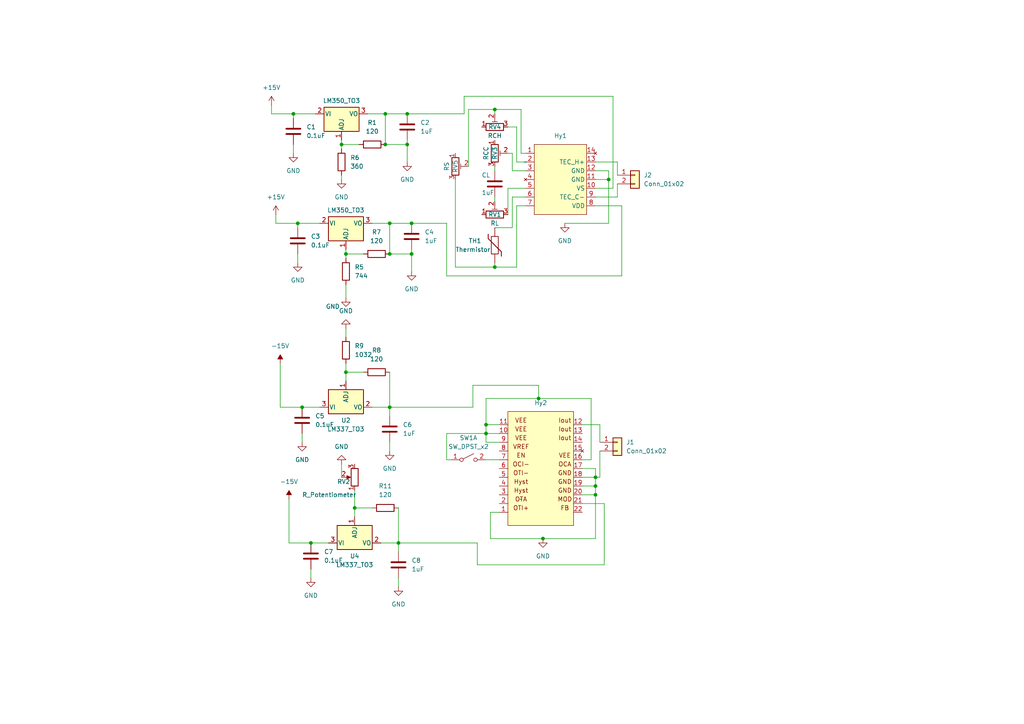
<source format=kicad_sch>
(kicad_sch (version 20230121) (generator eeschema)

  (uuid e3ddaf37-19a7-43f4-a977-8917f360cd84)

  (paper "A4")

  (lib_symbols
    (symbol "Connector_Generic:Conn_01x02" (pin_names (offset 1.016) hide) (in_bom yes) (on_board yes)
      (property "Reference" "J" (at 0 2.54 0)
        (effects (font (size 1.27 1.27)))
      )
      (property "Value" "Conn_01x02" (at 0 -5.08 0)
        (effects (font (size 1.27 1.27)))
      )
      (property "Footprint" "" (at 0 0 0)
        (effects (font (size 1.27 1.27)) hide)
      )
      (property "Datasheet" "~" (at 0 0 0)
        (effects (font (size 1.27 1.27)) hide)
      )
      (property "ki_keywords" "connector" (at 0 0 0)
        (effects (font (size 1.27 1.27)) hide)
      )
      (property "ki_description" "Generic connector, single row, 01x02, script generated (kicad-library-utils/schlib/autogen/connector/)" (at 0 0 0)
        (effects (font (size 1.27 1.27)) hide)
      )
      (property "ki_fp_filters" "Connector*:*_1x??_*" (at 0 0 0)
        (effects (font (size 1.27 1.27)) hide)
      )
      (symbol "Conn_01x02_1_1"
        (rectangle (start -1.27 -2.413) (end 0 -2.667)
          (stroke (width 0.1524) (type default))
          (fill (type none))
        )
        (rectangle (start -1.27 0.127) (end 0 -0.127)
          (stroke (width 0.1524) (type default))
          (fill (type none))
        )
        (rectangle (start -1.27 1.27) (end 1.27 -3.81)
          (stroke (width 0.254) (type default))
          (fill (type background))
        )
        (pin passive line (at -5.08 0 0) (length 3.81)
          (name "Pin_1" (effects (font (size 1.27 1.27))))
          (number "1" (effects (font (size 1.27 1.27))))
        )
        (pin passive line (at -5.08 -2.54 0) (length 3.81)
          (name "Pin_2" (effects (font (size 1.27 1.27))))
          (number "2" (effects (font (size 1.27 1.27))))
        )
      )
    )
    (symbol "Device:C" (pin_numbers hide) (pin_names (offset 0.254)) (in_bom yes) (on_board yes)
      (property "Reference" "C" (at 0.635 2.54 0)
        (effects (font (size 1.27 1.27)) (justify left))
      )
      (property "Value" "C" (at 0.635 -2.54 0)
        (effects (font (size 1.27 1.27)) (justify left))
      )
      (property "Footprint" "" (at 0.9652 -3.81 0)
        (effects (font (size 1.27 1.27)) hide)
      )
      (property "Datasheet" "~" (at 0 0 0)
        (effects (font (size 1.27 1.27)) hide)
      )
      (property "ki_keywords" "cap capacitor" (at 0 0 0)
        (effects (font (size 1.27 1.27)) hide)
      )
      (property "ki_description" "Unpolarized capacitor" (at 0 0 0)
        (effects (font (size 1.27 1.27)) hide)
      )
      (property "ki_fp_filters" "C_*" (at 0 0 0)
        (effects (font (size 1.27 1.27)) hide)
      )
      (symbol "C_0_1"
        (polyline
          (pts
            (xy -2.032 -0.762)
            (xy 2.032 -0.762)
          )
          (stroke (width 0.508) (type default))
          (fill (type none))
        )
        (polyline
          (pts
            (xy -2.032 0.762)
            (xy 2.032 0.762)
          )
          (stroke (width 0.508) (type default))
          (fill (type none))
        )
      )
      (symbol "C_1_1"
        (pin passive line (at 0 3.81 270) (length 2.794)
          (name "~" (effects (font (size 1.27 1.27))))
          (number "1" (effects (font (size 1.27 1.27))))
        )
        (pin passive line (at 0 -3.81 90) (length 2.794)
          (name "~" (effects (font (size 1.27 1.27))))
          (number "2" (effects (font (size 1.27 1.27))))
        )
      )
    )
    (symbol "Device:R" (pin_numbers hide) (pin_names (offset 0)) (in_bom yes) (on_board yes)
      (property "Reference" "R" (at 2.032 0 90)
        (effects (font (size 1.27 1.27)))
      )
      (property "Value" "R" (at 0 0 90)
        (effects (font (size 1.27 1.27)))
      )
      (property "Footprint" "" (at -1.778 0 90)
        (effects (font (size 1.27 1.27)) hide)
      )
      (property "Datasheet" "~" (at 0 0 0)
        (effects (font (size 1.27 1.27)) hide)
      )
      (property "ki_keywords" "R res resistor" (at 0 0 0)
        (effects (font (size 1.27 1.27)) hide)
      )
      (property "ki_description" "Resistor" (at 0 0 0)
        (effects (font (size 1.27 1.27)) hide)
      )
      (property "ki_fp_filters" "R_*" (at 0 0 0)
        (effects (font (size 1.27 1.27)) hide)
      )
      (symbol "R_0_1"
        (rectangle (start -1.016 -2.54) (end 1.016 2.54)
          (stroke (width 0.254) (type default))
          (fill (type none))
        )
      )
      (symbol "R_1_1"
        (pin passive line (at 0 3.81 270) (length 1.27)
          (name "~" (effects (font (size 1.27 1.27))))
          (number "1" (effects (font (size 1.27 1.27))))
        )
        (pin passive line (at 0 -3.81 90) (length 1.27)
          (name "~" (effects (font (size 1.27 1.27))))
          (number "2" (effects (font (size 1.27 1.27))))
        )
      )
    )
    (symbol "Device:R_Potentiometer" (pin_names (offset 1.016) hide) (in_bom yes) (on_board yes)
      (property "Reference" "RV" (at -4.445 0 90)
        (effects (font (size 1.27 1.27)))
      )
      (property "Value" "R_Potentiometer" (at -2.54 0 90)
        (effects (font (size 1.27 1.27)))
      )
      (property "Footprint" "" (at 0 0 0)
        (effects (font (size 1.27 1.27)) hide)
      )
      (property "Datasheet" "~" (at 0 0 0)
        (effects (font (size 1.27 1.27)) hide)
      )
      (property "ki_keywords" "resistor variable" (at 0 0 0)
        (effects (font (size 1.27 1.27)) hide)
      )
      (property "ki_description" "Potentiometer" (at 0 0 0)
        (effects (font (size 1.27 1.27)) hide)
      )
      (property "ki_fp_filters" "Potentiometer*" (at 0 0 0)
        (effects (font (size 1.27 1.27)) hide)
      )
      (symbol "R_Potentiometer_0_1"
        (polyline
          (pts
            (xy 2.54 0)
            (xy 1.524 0)
          )
          (stroke (width 0) (type default))
          (fill (type none))
        )
        (polyline
          (pts
            (xy 1.143 0)
            (xy 2.286 0.508)
            (xy 2.286 -0.508)
            (xy 1.143 0)
          )
          (stroke (width 0) (type default))
          (fill (type outline))
        )
        (rectangle (start 1.016 2.54) (end -1.016 -2.54)
          (stroke (width 0.254) (type default))
          (fill (type none))
        )
      )
      (symbol "R_Potentiometer_1_1"
        (pin passive line (at 0 3.81 270) (length 1.27)
          (name "1" (effects (font (size 1.27 1.27))))
          (number "1" (effects (font (size 1.27 1.27))))
        )
        (pin passive line (at 3.81 0 180) (length 1.27)
          (name "2" (effects (font (size 1.27 1.27))))
          (number "2" (effects (font (size 1.27 1.27))))
        )
        (pin passive line (at 0 -3.81 90) (length 1.27)
          (name "3" (effects (font (size 1.27 1.27))))
          (number "3" (effects (font (size 1.27 1.27))))
        )
      )
    )
    (symbol "Device:R_Potentiometer_Trim" (pin_names (offset 1.016) hide) (in_bom yes) (on_board yes)
      (property "Reference" "RV" (at -4.445 0 90)
        (effects (font (size 1.27 1.27)))
      )
      (property "Value" "R_Potentiometer_Trim" (at -2.54 0 90)
        (effects (font (size 1.27 1.27)))
      )
      (property "Footprint" "" (at 0 0 0)
        (effects (font (size 1.27 1.27)) hide)
      )
      (property "Datasheet" "~" (at 0 0 0)
        (effects (font (size 1.27 1.27)) hide)
      )
      (property "ki_keywords" "resistor variable trimpot trimmer" (at 0 0 0)
        (effects (font (size 1.27 1.27)) hide)
      )
      (property "ki_description" "Trim-potentiometer" (at 0 0 0)
        (effects (font (size 1.27 1.27)) hide)
      )
      (property "ki_fp_filters" "Potentiometer*" (at 0 0 0)
        (effects (font (size 1.27 1.27)) hide)
      )
      (symbol "R_Potentiometer_Trim_0_1"
        (polyline
          (pts
            (xy 1.524 0.762)
            (xy 1.524 -0.762)
          )
          (stroke (width 0) (type default))
          (fill (type none))
        )
        (polyline
          (pts
            (xy 2.54 0)
            (xy 1.524 0)
          )
          (stroke (width 0) (type default))
          (fill (type none))
        )
        (rectangle (start 1.016 2.54) (end -1.016 -2.54)
          (stroke (width 0.254) (type default))
          (fill (type none))
        )
      )
      (symbol "R_Potentiometer_Trim_1_1"
        (pin passive line (at 0 3.81 270) (length 1.27)
          (name "1" (effects (font (size 1.27 1.27))))
          (number "1" (effects (font (size 1.27 1.27))))
        )
        (pin passive line (at 3.81 0 180) (length 1.27)
          (name "2" (effects (font (size 1.27 1.27))))
          (number "2" (effects (font (size 1.27 1.27))))
        )
        (pin passive line (at 0 -3.81 90) (length 1.27)
          (name "3" (effects (font (size 1.27 1.27))))
          (number "3" (effects (font (size 1.27 1.27))))
        )
      )
    )
    (symbol "Device:Thermistor" (pin_numbers hide) (pin_names (offset 0)) (in_bom yes) (on_board yes)
      (property "Reference" "TH" (at 2.54 1.27 90)
        (effects (font (size 1.27 1.27)))
      )
      (property "Value" "Thermistor" (at -2.54 0 90)
        (effects (font (size 1.27 1.27)) (justify bottom))
      )
      (property "Footprint" "" (at 0 0 0)
        (effects (font (size 1.27 1.27)) hide)
      )
      (property "Datasheet" "~" (at 0 0 0)
        (effects (font (size 1.27 1.27)) hide)
      )
      (property "ki_keywords" "R res thermistor" (at 0 0 0)
        (effects (font (size 1.27 1.27)) hide)
      )
      (property "ki_description" "Temperature dependent resistor" (at 0 0 0)
        (effects (font (size 1.27 1.27)) hide)
      )
      (property "ki_fp_filters" "R_*" (at 0 0 0)
        (effects (font (size 1.27 1.27)) hide)
      )
      (symbol "Thermistor_0_1"
        (rectangle (start -1.016 2.54) (end 1.016 -2.54)
          (stroke (width 0.2032) (type default))
          (fill (type none))
        )
        (polyline
          (pts
            (xy -1.905 3.175)
            (xy -1.905 1.905)
            (xy 1.905 -1.905)
            (xy 1.905 -3.175)
            (xy 1.905 -3.175)
          )
          (stroke (width 0.254) (type default))
          (fill (type none))
        )
      )
      (symbol "Thermistor_1_1"
        (pin passive line (at 0 5.08 270) (length 2.54)
          (name "~" (effects (font (size 1.27 1.27))))
          (number "1" (effects (font (size 1.27 1.27))))
        )
        (pin passive line (at 0 -5.08 90) (length 2.54)
          (name "~" (effects (font (size 1.27 1.27))))
          (number "2" (effects (font (size 1.27 1.27))))
        )
      )
    )
    (symbol "Hytek_Controllers:Hy5640" (in_bom yes) (on_board yes)
      (property "Reference" "Hy5640" (at -2.54 10.16 0)
        (effects (font (size 1.27 1.27)))
      )
      (property "Value" "" (at -7.62 2.54 0)
        (effects (font (size 1.27 1.27)))
      )
      (property "Footprint" "" (at -7.62 2.54 0)
        (effects (font (size 1.27 1.27)) hide)
      )
      (property "Datasheet" "" (at -7.62 2.54 0)
        (effects (font (size 1.27 1.27)) hide)
      )
      (symbol "Hy5640_1_1"
        (rectangle (start -5.08 7.62) (end 10.16 -12.7)
          (stroke (width 0) (type default))
          (fill (type background))
        )
        (pin input line (at -7.62 5.08 0) (length 2.54)
          (name "" (effects (font (size 1.27 1.27))))
          (number "1" (effects (font (size 1.27 1.27))))
        )
        (pin input line (at 12.7 -5.08 180) (length 2.54)
          (name "VS" (effects (font (size 1.27 1.27))))
          (number "10" (effects (font (size 1.27 1.27))))
        )
        (pin input line (at 12.7 -2.54 180) (length 2.54)
          (name "GND" (effects (font (size 1.27 1.27))))
          (number "11" (effects (font (size 1.27 1.27))))
        )
        (pin input line (at 12.7 0 180) (length 2.54)
          (name "GND" (effects (font (size 1.27 1.27))))
          (number "12" (effects (font (size 1.27 1.27))))
        )
        (pin bidirectional line (at 12.7 2.54 180) (length 2.54)
          (name "TEC_H+" (effects (font (size 1.27 1.27))))
          (number "13" (effects (font (size 1.27 1.27))))
        )
        (pin no_connect line (at 12.7 5.08 180) (length 2.54)
          (name "" (effects (font (size 1.27 1.27))))
          (number "14" (effects (font (size 1.27 1.27))))
        )
        (pin input line (at -7.62 2.54 0) (length 2.54)
          (name "" (effects (font (size 1.27 1.27))))
          (number "2" (effects (font (size 1.27 1.27))))
        )
        (pin input line (at -7.62 0 0) (length 2.54)
          (name "" (effects (font (size 1.27 1.27))))
          (number "3" (effects (font (size 1.27 1.27))))
        )
        (pin no_connect line (at -7.62 -2.54 0) (length 2.54)
          (name "" (effects (font (size 1.27 1.27))))
          (number "4" (effects (font (size 1.27 1.27))))
        )
        (pin input line (at -7.62 -5.08 0) (length 2.54)
          (name "" (effects (font (size 1.27 1.27))))
          (number "5" (effects (font (size 1.27 1.27))))
        )
        (pin input line (at -7.62 -7.62 0) (length 2.54)
          (name "" (effects (font (size 1.27 1.27))))
          (number "6" (effects (font (size 1.27 1.27))))
        )
        (pin input line (at -7.62 -10.16 0) (length 2.54)
          (name "" (effects (font (size 1.27 1.27))))
          (number "7" (effects (font (size 1.27 1.27))))
        )
        (pin input line (at 12.7 -10.16 180) (length 2.54)
          (name "VDD" (effects (font (size 1.27 1.27))))
          (number "8" (effects (font (size 1.27 1.27))))
        )
        (pin bidirectional line (at 12.7 -7.62 180) (length 2.54)
          (name "TEC_C-" (effects (font (size 1.27 1.27))))
          (number "9" (effects (font (size 1.27 1.27))))
        )
      )
    )
    (symbol "Hytek_Controllers:Hy6340" (pin_names (offset 50)) (in_bom yes) (on_board yes)
      (property "Reference" "Hy6340" (at 0 27.94 0)
        (effects (font (size 1.27 1.27)))
      )
      (property "Value" "" (at 0 0 0)
        (effects (font (size 1.27 1.27)))
      )
      (property "Footprint" "" (at 0 0 0)
        (effects (font (size 1.27 1.27)) hide)
      )
      (property "Datasheet" "" (at 0 0 0)
        (effects (font (size 1.27 1.27)) hide)
      )
      (symbol "Hy6340_1_1"
        (rectangle (start -3.81 25.4) (end 15.24 -7.62)
          (stroke (width 0) (type default))
          (fill (type background))
        )
        (text "EN" (at 0 12.7 0)
          (effects (font (size 1.27 1.27)))
        )
        (text "FB" (at 12.7 -2.54 0)
          (effects (font (size 1.27 1.27)))
        )
        (text "GND" (at 12.7 2.54 0)
          (effects (font (size 1.27 1.27)))
        )
        (text "GND" (at 12.7 5.08 0)
          (effects (font (size 1.27 1.27)))
        )
        (text "GND" (at 12.7 7.62 0)
          (effects (font (size 1.27 1.27)))
        )
        (text "Hyst" (at 0 2.54 0)
          (effects (font (size 1.27 1.27)))
        )
        (text "Hyst" (at 0 5.08 0)
          (effects (font (size 1.27 1.27)))
        )
        (text "Iout" (at 12.7 17.78 0)
          (effects (font (size 1.27 1.27)))
        )
        (text "Iout" (at 12.7 20.32 0)
          (effects (font (size 1.27 1.27)))
        )
        (text "Iout" (at 12.7 22.86 0)
          (effects (font (size 1.27 1.27)))
        )
        (text "MOD" (at 12.7 0 0)
          (effects (font (size 1.27 1.27)))
        )
        (text "OCA\n" (at 12.7 10.16 0)
          (effects (font (size 1.27 1.27)))
        )
        (text "OCI-" (at 0 10.16 0)
          (effects (font (size 1.27 1.27)))
        )
        (text "OTA" (at 0 0 0)
          (effects (font (size 1.27 1.27)))
        )
        (text "OTI+" (at 0 -2.54 0)
          (effects (font (size 1.27 1.27)))
        )
        (text "OTI-" (at 0 7.62 0)
          (effects (font (size 1.27 1.27)))
        )
        (text "VEE" (at 0 17.78 0)
          (effects (font (size 1.27 1.27)))
        )
        (text "VEE" (at 0 20.32 0)
          (effects (font (size 1.27 1.27)))
        )
        (text "VEE" (at 0 22.86 0)
          (effects (font (size 1.27 1.27)))
        )
        (text "VEE" (at 12.7 12.7 0)
          (effects (font (size 1.27 1.27)))
        )
        (text "VREF" (at 0 15.24 0)
          (effects (font (size 1.27 1.27)))
        )
        (pin input line (at -6.35 -3.81 0) (length 2.54)
          (name "" (effects (font (size 1.27 1.27))))
          (number "1" (effects (font (size 1.27 1.27))))
        )
        (pin input line (at -6.35 19.05 0) (length 2.54)
          (name "" (effects (font (size 1.27 1.27))))
          (number "10" (effects (font (size 1.27 1.27))))
        )
        (pin input line (at -6.35 21.59 0) (length 2.54)
          (name "" (effects (font (size 1.27 1.27))))
          (number "11" (effects (font (size 1.27 1.27))))
        )
        (pin output line (at 17.78 21.59 180) (length 2.54)
          (name "" (effects (font (size 1.27 1.27))))
          (number "12" (effects (font (size 1.27 1.27))))
        )
        (pin output line (at 17.78 19.05 180) (length 2.54)
          (name "" (effects (font (size 1.27 1.27))))
          (number "13" (effects (font (size 1.27 1.27))))
        )
        (pin output line (at 17.78 16.51 180) (length 2.54)
          (name "" (effects (font (size 1.27 1.27))))
          (number "14" (effects (font (size 1.27 1.27))))
        )
        (pin no_connect line (at 17.78 13.97 180) (length 2.54)
          (name "" (effects (font (size 1.27 1.27))))
          (number "15" (effects (font (size 1.27 1.27))))
        )
        (pin input line (at 17.78 11.43 180) (length 2.54)
          (name "" (effects (font (size 1.27 1.27))))
          (number "16" (effects (font (size 1.27 1.27))))
        )
        (pin output line (at 17.78 8.89 180) (length 2.54)
          (name "" (effects (font (size 1.27 1.27))))
          (number "17" (effects (font (size 1.27 1.27))))
        )
        (pin input line (at 17.78 6.35 180) (length 2.54)
          (name "" (effects (font (size 1.27 1.27))))
          (number "18" (effects (font (size 1.27 1.27))))
        )
        (pin input line (at 17.78 3.81 180) (length 2.54)
          (name "" (effects (font (size 1.27 1.27))))
          (number "19" (effects (font (size 1.27 1.27))))
        )
        (pin output line (at -6.35 -1.27 0) (length 2.54)
          (name "" (effects (font (size 1.27 1.27))))
          (number "2" (effects (font (size 1.27 1.27))))
        )
        (pin input line (at 17.78 1.27 180) (length 2.54)
          (name "" (effects (font (size 1.27 1.27))))
          (number "20" (effects (font (size 1.27 1.27))))
        )
        (pin input line (at 17.78 -1.27 180) (length 2.54)
          (name "" (effects (font (size 1.27 1.27))))
          (number "21" (effects (font (size 1.27 1.27))))
        )
        (pin input line (at 17.78 -3.81 180) (length 2.54)
          (name "" (effects (font (size 1.27 1.27))))
          (number "22" (effects (font (size 1.27 1.27))))
        )
        (pin input line (at -6.35 1.27 0) (length 2.54)
          (name "" (effects (font (size 1.27 1.27))))
          (number "3" (effects (font (size 1.27 1.27))))
        )
        (pin input line (at -6.35 3.81 0) (length 2.54)
          (name "" (effects (font (size 1.27 1.27))))
          (number "4" (effects (font (size 1.27 1.27))))
        )
        (pin input line (at -6.35 6.35 0) (length 2.54)
          (name "" (effects (font (size 1.27 1.27))))
          (number "5" (effects (font (size 1.27 1.27))))
        )
        (pin input line (at -6.35 8.89 0) (length 2.54)
          (name "" (effects (font (size 1.27 1.27))))
          (number "6" (effects (font (size 1.27 1.27))))
        )
        (pin input line (at -6.35 11.43 0) (length 2.54)
          (name "" (effects (font (size 1.27 1.27))))
          (number "7" (effects (font (size 1.27 1.27))))
        )
        (pin output line (at -6.35 13.97 0) (length 2.54)
          (name "" (effects (font (size 1.27 1.27))))
          (number "8" (effects (font (size 1.27 1.27))))
        )
        (pin input line (at -6.35 16.51 0) (length 2.54)
          (name "" (effects (font (size 1.27 1.27))))
          (number "9" (effects (font (size 1.27 1.27))))
        )
      )
    )
    (symbol "Regulator_Linear:LM337_TO3" (pin_names (offset 0.254)) (in_bom yes) (on_board yes)
      (property "Reference" "U" (at -3.81 -3.175 0)
        (effects (font (size 1.27 1.27)))
      )
      (property "Value" "LM337_TO3" (at 0 -3.175 0)
        (effects (font (size 1.27 1.27)) (justify left))
      )
      (property "Footprint" "Package_TO_SOT_THT:TO-3" (at 0 -5.08 0)
        (effects (font (size 1.27 1.27) italic) hide)
      )
      (property "Datasheet" "http://www.ti.com/lit/ds/symlink/lm337-n.pdf" (at 0 0 0)
        (effects (font (size 1.27 1.27)) hide)
      )
      (property "ki_keywords" "Adjustable Voltage Regulator 1.5A Negative" (at 0 0 0)
        (effects (font (size 1.27 1.27)) hide)
      )
      (property "ki_description" "Negative 1.5A 35V Adjustable Linear Regulator, TO-3" (at 0 0 0)
        (effects (font (size 1.27 1.27)) hide)
      )
      (property "ki_fp_filters" "TO?3*" (at 0 0 0)
        (effects (font (size 1.27 1.27)) hide)
      )
      (symbol "LM337_TO3_0_1"
        (rectangle (start -5.08 5.08) (end 5.08 -1.905)
          (stroke (width 0.254) (type default))
          (fill (type background))
        )
      )
      (symbol "LM337_TO3_1_1"
        (pin input line (at 0 7.62 270) (length 2.54)
          (name "ADJ" (effects (font (size 1.27 1.27))))
          (number "1" (effects (font (size 1.27 1.27))))
        )
        (pin power_out line (at 7.62 0 180) (length 2.54)
          (name "VO" (effects (font (size 1.27 1.27))))
          (number "2" (effects (font (size 1.27 1.27))))
        )
        (pin power_in line (at -7.62 0 0) (length 2.54)
          (name "VI" (effects (font (size 1.27 1.27))))
          (number "3" (effects (font (size 1.27 1.27))))
        )
      )
    )
    (symbol "Regulator_Linear:LM350_TO3" (pin_names (offset 0.254)) (in_bom yes) (on_board yes)
      (property "Reference" "U" (at -3.81 3.175 0)
        (effects (font (size 1.27 1.27)))
      )
      (property "Value" "LM350_TO3" (at 0 3.175 0)
        (effects (font (size 1.27 1.27)) (justify left))
      )
      (property "Footprint" "Package_TO_SOT_THT:TO-3" (at 0 5.08 0)
        (effects (font (size 1.27 1.27) italic) hide)
      )
      (property "Datasheet" "http://www.ti.com/lit/ds/symlink/lm350a.pdf" (at 0 0 0)
        (effects (font (size 1.27 1.27)) hide)
      )
      (property "ki_keywords" "Adjustable Voltage Regulator 3A Positive" (at 0 0 0)
        (effects (font (size 1.27 1.27)) hide)
      )
      (property "ki_description" "3A 33V Adjustable Linear Regulator, TO-3" (at 0 0 0)
        (effects (font (size 1.27 1.27)) hide)
      )
      (property "ki_fp_filters" "TO?3*" (at 0 0 0)
        (effects (font (size 1.27 1.27)) hide)
      )
      (symbol "LM350_TO3_0_1"
        (rectangle (start -5.08 1.905) (end 5.08 -5.08)
          (stroke (width 0.254) (type default))
          (fill (type background))
        )
      )
      (symbol "LM350_TO3_1_1"
        (pin input line (at 0 -7.62 90) (length 2.54)
          (name "ADJ" (effects (font (size 1.27 1.27))))
          (number "1" (effects (font (size 1.27 1.27))))
        )
        (pin power_in line (at -7.62 0 0) (length 2.54)
          (name "VI" (effects (font (size 1.27 1.27))))
          (number "2" (effects (font (size 1.27 1.27))))
        )
        (pin power_out line (at 7.62 0 180) (length 2.54)
          (name "VO" (effects (font (size 1.27 1.27))))
          (number "3" (effects (font (size 1.27 1.27))))
        )
      )
    )
    (symbol "Switch:SW_DPST_x2" (pin_names (offset 0) hide) (in_bom yes) (on_board yes)
      (property "Reference" "SW" (at 0 3.175 0)
        (effects (font (size 1.27 1.27)))
      )
      (property "Value" "SW_DPST_x2" (at 0 -2.54 0)
        (effects (font (size 1.27 1.27)))
      )
      (property "Footprint" "" (at 0 0 0)
        (effects (font (size 1.27 1.27)) hide)
      )
      (property "Datasheet" "~" (at 0 0 0)
        (effects (font (size 1.27 1.27)) hide)
      )
      (property "ki_keywords" "switch lever" (at 0 0 0)
        (effects (font (size 1.27 1.27)) hide)
      )
      (property "ki_description" "Single Pole Single Throw (SPST) switch, separate symbol" (at 0 0 0)
        (effects (font (size 1.27 1.27)) hide)
      )
      (symbol "SW_DPST_x2_0_0"
        (circle (center -2.032 0) (radius 0.508)
          (stroke (width 0) (type default))
          (fill (type none))
        )
        (polyline
          (pts
            (xy -1.524 0.254)
            (xy 1.524 1.778)
          )
          (stroke (width 0) (type default))
          (fill (type none))
        )
        (circle (center 2.032 0) (radius 0.508)
          (stroke (width 0) (type default))
          (fill (type none))
        )
      )
      (symbol "SW_DPST_x2_1_1"
        (pin passive line (at -5.08 0 0) (length 2.54)
          (name "A" (effects (font (size 1.27 1.27))))
          (number "1" (effects (font (size 1.27 1.27))))
        )
        (pin passive line (at 5.08 0 180) (length 2.54)
          (name "B" (effects (font (size 1.27 1.27))))
          (number "2" (effects (font (size 1.27 1.27))))
        )
      )
      (symbol "SW_DPST_x2_2_1"
        (pin passive line (at -5.08 0 0) (length 2.54)
          (name "A" (effects (font (size 1.27 1.27))))
          (number "3" (effects (font (size 1.27 1.27))))
        )
        (pin passive line (at 5.08 0 180) (length 2.54)
          (name "B" (effects (font (size 1.27 1.27))))
          (number "4" (effects (font (size 1.27 1.27))))
        )
      )
    )
    (symbol "power:+15V" (power) (pin_names (offset 0)) (in_bom yes) (on_board yes)
      (property "Reference" "#PWR" (at 0 -3.81 0)
        (effects (font (size 1.27 1.27)) hide)
      )
      (property "Value" "+15V" (at 0 3.556 0)
        (effects (font (size 1.27 1.27)))
      )
      (property "Footprint" "" (at 0 0 0)
        (effects (font (size 1.27 1.27)) hide)
      )
      (property "Datasheet" "" (at 0 0 0)
        (effects (font (size 1.27 1.27)) hide)
      )
      (property "ki_keywords" "global power" (at 0 0 0)
        (effects (font (size 1.27 1.27)) hide)
      )
      (property "ki_description" "Power symbol creates a global label with name \"+15V\"" (at 0 0 0)
        (effects (font (size 1.27 1.27)) hide)
      )
      (symbol "+15V_0_1"
        (polyline
          (pts
            (xy -0.762 1.27)
            (xy 0 2.54)
          )
          (stroke (width 0) (type default))
          (fill (type none))
        )
        (polyline
          (pts
            (xy 0 0)
            (xy 0 2.54)
          )
          (stroke (width 0) (type default))
          (fill (type none))
        )
        (polyline
          (pts
            (xy 0 2.54)
            (xy 0.762 1.27)
          )
          (stroke (width 0) (type default))
          (fill (type none))
        )
      )
      (symbol "+15V_1_1"
        (pin power_in line (at 0 0 90) (length 0) hide
          (name "+15V" (effects (font (size 1.27 1.27))))
          (number "1" (effects (font (size 1.27 1.27))))
        )
      )
    )
    (symbol "power:-15V" (power) (pin_names (offset 0)) (in_bom yes) (on_board yes)
      (property "Reference" "#PWR" (at 0 2.54 0)
        (effects (font (size 1.27 1.27)) hide)
      )
      (property "Value" "-15V" (at 0 3.81 0)
        (effects (font (size 1.27 1.27)))
      )
      (property "Footprint" "" (at 0 0 0)
        (effects (font (size 1.27 1.27)) hide)
      )
      (property "Datasheet" "" (at 0 0 0)
        (effects (font (size 1.27 1.27)) hide)
      )
      (property "ki_keywords" "global power" (at 0 0 0)
        (effects (font (size 1.27 1.27)) hide)
      )
      (property "ki_description" "Power symbol creates a global label with name \"-15V\"" (at 0 0 0)
        (effects (font (size 1.27 1.27)) hide)
      )
      (symbol "-15V_0_0"
        (pin power_in line (at 0 0 90) (length 0) hide
          (name "-15V" (effects (font (size 1.27 1.27))))
          (number "1" (effects (font (size 1.27 1.27))))
        )
      )
      (symbol "-15V_0_1"
        (polyline
          (pts
            (xy 0 0)
            (xy 0 1.27)
            (xy 0.762 1.27)
            (xy 0 2.54)
            (xy -0.762 1.27)
            (xy 0 1.27)
          )
          (stroke (width 0) (type default))
          (fill (type outline))
        )
      )
    )
    (symbol "power:GND" (power) (pin_names (offset 0)) (in_bom yes) (on_board yes)
      (property "Reference" "#PWR" (at 0 -6.35 0)
        (effects (font (size 1.27 1.27)) hide)
      )
      (property "Value" "GND" (at 0 -3.81 0)
        (effects (font (size 1.27 1.27)))
      )
      (property "Footprint" "" (at 0 0 0)
        (effects (font (size 1.27 1.27)) hide)
      )
      (property "Datasheet" "" (at 0 0 0)
        (effects (font (size 1.27 1.27)) hide)
      )
      (property "ki_keywords" "global power" (at 0 0 0)
        (effects (font (size 1.27 1.27)) hide)
      )
      (property "ki_description" "Power symbol creates a global label with name \"GND\" , ground" (at 0 0 0)
        (effects (font (size 1.27 1.27)) hide)
      )
      (symbol "GND_0_1"
        (polyline
          (pts
            (xy 0 0)
            (xy 0 -1.27)
            (xy 1.27 -1.27)
            (xy 0 -2.54)
            (xy -1.27 -1.27)
            (xy 0 -1.27)
          )
          (stroke (width 0) (type default))
          (fill (type none))
        )
      )
      (symbol "GND_1_1"
        (pin power_in line (at 0 0 270) (length 0) hide
          (name "GND" (effects (font (size 1.27 1.27))))
          (number "1" (effects (font (size 1.27 1.27))))
        )
      )
    )
  )

  (junction (at 118.11 33.02) (diameter 0) (color 0 0 0 0)
    (uuid 0bcd5f5e-2601-48c7-bb8b-578013601da1)
  )
  (junction (at 100.33 107.95) (diameter 0) (color 0 0 0 0)
    (uuid 0f073939-b50c-441b-a74c-11c001fef952)
  )
  (junction (at 87.63 118.11) (diameter 0) (color 0 0 0 0)
    (uuid 1da3fbce-c724-48b3-b130-855b90ea6a75)
  )
  (junction (at 99.06 41.91) (diameter 0) (color 0 0 0 0)
    (uuid 217c17cd-224b-40b5-b93d-589d4b4b42db)
  )
  (junction (at 157.48 156.21) (diameter 0) (color 0 0 0 0)
    (uuid 243e5abe-ec84-425b-bed0-4a294883b64e)
  )
  (junction (at 111.76 33.02) (diameter 0) (color 0 0 0 0)
    (uuid 40a7e995-8955-4cef-9e2d-029ceba5b4a0)
  )
  (junction (at 172.72 138.43) (diameter 0) (color 0 0 0 0)
    (uuid 42940231-b4b5-4e16-9514-3472c44e598e)
  )
  (junction (at 113.03 73.66) (diameter 0) (color 0 0 0 0)
    (uuid 4e9f84d1-0ef0-4bf7-936b-bbe8972ca9fa)
  )
  (junction (at 140.97 123.19) (diameter 0) (color 0 0 0 0)
    (uuid 558ac6e8-7f3d-4ee5-bb7c-6dc126029d0a)
  )
  (junction (at 172.72 143.51) (diameter 0) (color 0 0 0 0)
    (uuid 5c04d52f-5463-45c2-9fcd-7af4f6adb45a)
  )
  (junction (at 90.17 157.48) (diameter 0) (color 0 0 0 0)
    (uuid 5c5f6f7f-abc8-414c-be97-82629151f7f5)
  )
  (junction (at 113.03 64.77) (diameter 0) (color 0 0 0 0)
    (uuid 5cda1838-4ca6-4bc0-b778-22f825ac6786)
  )
  (junction (at 85.09 33.02) (diameter 0) (color 0 0 0 0)
    (uuid 8046398a-316c-4d1f-a908-10a062667b78)
  )
  (junction (at 119.38 64.77) (diameter 0) (color 0 0 0 0)
    (uuid 81e1f312-68bb-4e87-9e10-f9f662129ecd)
  )
  (junction (at 143.51 77.47) (diameter 0) (color 0 0 0 0)
    (uuid 875ecb29-f80a-4b58-9c0d-a32d6bf51a27)
  )
  (junction (at 176.53 52.07) (diameter 0) (color 0 0 0 0)
    (uuid 926b6185-51a6-4f35-942c-7176446e23e9)
  )
  (junction (at 113.03 118.11) (diameter 0) (color 0 0 0 0)
    (uuid 98447c9e-3550-413d-800c-fc1017de754b)
  )
  (junction (at 119.38 73.66) (diameter 0) (color 0 0 0 0)
    (uuid 9e3190f9-d8e8-423a-a850-c971f57416f4)
  )
  (junction (at 143.51 31.75) (diameter 0) (color 0 0 0 0)
    (uuid a4cc0a11-6a9d-47b5-bec9-a5566e84aba1)
  )
  (junction (at 115.57 157.48) (diameter 0) (color 0 0 0 0)
    (uuid a4ffb1bb-9bc7-4acb-8f7b-b23cb4a67e2d)
  )
  (junction (at 140.97 125.73) (diameter 0) (color 0 0 0 0)
    (uuid ba8736bc-7b6a-4906-9b41-6a66c1f82efa)
  )
  (junction (at 172.72 140.97) (diameter 0) (color 0 0 0 0)
    (uuid d7789465-0c9c-4c94-abae-ed9b32499565)
  )
  (junction (at 111.76 41.91) (diameter 0) (color 0 0 0 0)
    (uuid dc23a5e9-4e7f-4d1b-a6af-9d91014c0b8c)
  )
  (junction (at 102.87 147.32) (diameter 0) (color 0 0 0 0)
    (uuid df7ea6c0-c21e-4e33-bb99-f455ddaed7e9)
  )
  (junction (at 86.36 64.77) (diameter 0) (color 0 0 0 0)
    (uuid e58d29b0-34b1-4ac2-89d9-ad90f6d22107)
  )
  (junction (at 100.33 73.66) (diameter 0) (color 0 0 0 0)
    (uuid e6af6bdd-cd26-4577-90c5-68dce40a7d9e)
  )
  (junction (at 118.11 41.91) (diameter 0) (color 0 0 0 0)
    (uuid fa9b56a7-dc4f-41d8-8968-dec89d3d9eab)
  )
  (junction (at 156.21 115.57) (diameter 0) (color 0 0 0 0)
    (uuid fbc8f888-eb42-4edc-a36b-4b0b81ca5c43)
  )

  (wire (pts (xy 90.17 157.48) (xy 95.25 157.48))
    (stroke (width 0) (type default))
    (uuid 00f4e06b-c0a7-4a3a-b824-296febd3cb6b)
  )
  (wire (pts (xy 173.99 130.81) (xy 173.99 138.43))
    (stroke (width 0) (type default))
    (uuid 03796082-c685-41ef-948f-e6a7c71fe64b)
  )
  (wire (pts (xy 149.86 36.83) (xy 147.32 36.83))
    (stroke (width 0) (type default))
    (uuid 06e53f81-4b3a-49b9-8373-d4c7b1e3e964)
  )
  (wire (pts (xy 149.86 77.47) (xy 143.51 77.47))
    (stroke (width 0) (type default))
    (uuid 085a7131-4c09-4a98-9d18-9bff246c78c1)
  )
  (wire (pts (xy 129.54 64.77) (xy 129.54 80.01))
    (stroke (width 0) (type default))
    (uuid 08e21e8c-2ff4-4328-b0f5-19e6a080aedb)
  )
  (wire (pts (xy 152.4 59.69) (xy 149.86 59.69))
    (stroke (width 0) (type default))
    (uuid 0b58e2d9-870c-4191-87e6-273c66bf08b0)
  )
  (wire (pts (xy 111.76 33.02) (xy 118.11 33.02))
    (stroke (width 0) (type default))
    (uuid 0ce8e4b1-dba0-4f4a-b6a1-a1ff7af0f0dd)
  )
  (wire (pts (xy 168.91 133.35) (xy 171.45 133.35))
    (stroke (width 0) (type default))
    (uuid 0f57b109-4ca9-4d30-9b58-7b2c397000e5)
  )
  (wire (pts (xy 175.26 146.05) (xy 168.91 146.05))
    (stroke (width 0) (type default))
    (uuid 105aa1a0-7631-42b4-bbcd-8d80e54a94a7)
  )
  (wire (pts (xy 176.53 52.07) (xy 176.53 49.53))
    (stroke (width 0) (type default))
    (uuid 13404307-a29c-4b4c-9e48-72d9254ec023)
  )
  (wire (pts (xy 99.06 134.62) (xy 99.06 138.43))
    (stroke (width 0) (type default))
    (uuid 143b0ae0-8685-4e09-920b-10a47a506a6f)
  )
  (wire (pts (xy 119.38 64.77) (xy 129.54 64.77))
    (stroke (width 0) (type default))
    (uuid 160aad78-5a68-4369-9475-a4ce3ac86639)
  )
  (wire (pts (xy 152.4 49.53) (xy 148.59 49.53))
    (stroke (width 0) (type default))
    (uuid 16cc94ee-6b40-445b-be34-0827089196ee)
  )
  (wire (pts (xy 87.63 125.73) (xy 87.63 128.27))
    (stroke (width 0) (type default))
    (uuid 1a8e6003-f280-4c5a-b388-ee3ceca1a343)
  )
  (wire (pts (xy 113.03 64.77) (xy 119.38 64.77))
    (stroke (width 0) (type default))
    (uuid 1b4ed3ee-a550-4d06-a9fe-63a991d034b6)
  )
  (wire (pts (xy 85.09 33.02) (xy 91.44 33.02))
    (stroke (width 0) (type default))
    (uuid 1ba6f1f7-613f-40d3-9589-4402a6f5e729)
  )
  (wire (pts (xy 152.4 46.99) (xy 149.86 46.99))
    (stroke (width 0) (type default))
    (uuid 1e61089e-81d6-443b-9f96-da418ff488ba)
  )
  (wire (pts (xy 140.97 125.73) (xy 144.78 125.73))
    (stroke (width 0) (type default))
    (uuid 1fbbb686-159e-4f93-800e-289e467eec15)
  )
  (wire (pts (xy 148.59 44.45) (xy 147.32 44.45))
    (stroke (width 0) (type default))
    (uuid 21c2c92d-704c-41fe-a6e6-54a22f4c1a89)
  )
  (wire (pts (xy 118.11 40.64) (xy 118.11 41.91))
    (stroke (width 0) (type default))
    (uuid 21ff6736-dd45-4bd0-a2ca-93c79e906264)
  )
  (wire (pts (xy 132.08 77.47) (xy 143.51 77.47))
    (stroke (width 0) (type default))
    (uuid 220f0cbb-8f0b-4412-990f-631c48a15c64)
  )
  (wire (pts (xy 100.33 107.95) (xy 105.41 107.95))
    (stroke (width 0) (type default))
    (uuid 27503284-edf7-48fe-b040-d2cd8579d21f)
  )
  (wire (pts (xy 119.38 73.66) (xy 119.38 78.74))
    (stroke (width 0) (type default))
    (uuid 290e122e-9008-4267-bfff-08570c3342d2)
  )
  (wire (pts (xy 148.59 57.15) (xy 148.59 66.04))
    (stroke (width 0) (type default))
    (uuid 29d5f23a-8956-46bf-a166-3114ecba582f)
  )
  (wire (pts (xy 143.51 31.75) (xy 143.51 33.02))
    (stroke (width 0) (type default))
    (uuid 2a9e3994-3040-473e-b572-b9678bb2df8e)
  )
  (wire (pts (xy 81.28 105.41) (xy 81.28 118.11))
    (stroke (width 0) (type default))
    (uuid 2aecd7ca-ad1f-4c71-b918-1c9a8b8da2b2)
  )
  (wire (pts (xy 99.06 40.64) (xy 99.06 41.91))
    (stroke (width 0) (type default))
    (uuid 2fbd5b01-0c5f-4ccc-8379-11d359578e58)
  )
  (wire (pts (xy 175.26 163.83) (xy 175.26 146.05))
    (stroke (width 0) (type default))
    (uuid 308c3bbd-f729-474f-a8b2-d260e5abfb71)
  )
  (wire (pts (xy 140.97 128.27) (xy 140.97 125.73))
    (stroke (width 0) (type default))
    (uuid 328a4028-31df-4ed1-acdc-07dcdf5814ea)
  )
  (wire (pts (xy 152.4 54.61) (xy 147.32 54.61))
    (stroke (width 0) (type default))
    (uuid 3358178a-2009-47aa-835a-36627f5c4f65)
  )
  (wire (pts (xy 172.72 156.21) (xy 172.72 143.51))
    (stroke (width 0) (type default))
    (uuid 34db9818-54b5-45d6-ac8f-ecd85578953f)
  )
  (wire (pts (xy 78.74 30.48) (xy 78.74 33.02))
    (stroke (width 0) (type default))
    (uuid 3526379b-8118-42e1-8376-163e38f6c78c)
  )
  (wire (pts (xy 148.59 49.53) (xy 148.59 44.45))
    (stroke (width 0) (type default))
    (uuid 35f7a0fd-c484-4d87-b6e5-d0c2e638067b)
  )
  (wire (pts (xy 143.51 77.47) (xy 143.51 76.2))
    (stroke (width 0) (type default))
    (uuid 36c65044-2078-4f7d-bb3a-83424d8b11b5)
  )
  (wire (pts (xy 149.86 59.69) (xy 149.86 77.47))
    (stroke (width 0) (type default))
    (uuid 36eef632-d066-4cfc-b3c4-ae72f3c8f0e6)
  )
  (wire (pts (xy 118.11 41.91) (xy 118.11 46.99))
    (stroke (width 0) (type default))
    (uuid 3734259e-418a-4a13-bcc7-7fe456987de8)
  )
  (wire (pts (xy 172.72 52.07) (xy 176.53 52.07))
    (stroke (width 0) (type default))
    (uuid 39a72380-e6e1-429f-887c-64eb972e2eed)
  )
  (wire (pts (xy 143.51 57.15) (xy 143.51 58.42))
    (stroke (width 0) (type default))
    (uuid 3b0d7d0e-e9db-4af3-a8be-3964f6f0b41a)
  )
  (wire (pts (xy 113.03 118.11) (xy 113.03 120.65))
    (stroke (width 0) (type default))
    (uuid 3cc80f64-d368-4e7c-8c55-13f3baaad12c)
  )
  (wire (pts (xy 113.03 64.77) (xy 113.03 73.66))
    (stroke (width 0) (type default))
    (uuid 3d3d6ae5-698f-4b91-a666-302f99a0640a)
  )
  (wire (pts (xy 100.33 72.39) (xy 100.33 73.66))
    (stroke (width 0) (type default))
    (uuid 45c4e929-ffed-45d2-9ec1-b388470da511)
  )
  (wire (pts (xy 106.68 33.02) (xy 111.76 33.02))
    (stroke (width 0) (type default))
    (uuid 47669b33-625f-4a8e-ab30-5a6a770f6328)
  )
  (wire (pts (xy 100.33 82.55) (xy 100.33 86.36))
    (stroke (width 0) (type default))
    (uuid 485354d7-8707-4283-a6eb-27dd00fb4134)
  )
  (wire (pts (xy 144.78 148.59) (xy 142.24 148.59))
    (stroke (width 0) (type default))
    (uuid 4f6750f8-7636-4d3c-8785-c2373e576da0)
  )
  (wire (pts (xy 143.51 48.26) (xy 143.51 49.53))
    (stroke (width 0) (type default))
    (uuid 4f935469-35ae-4959-bc14-14a9d36f8d60)
  )
  (wire (pts (xy 140.97 125.73) (xy 140.97 123.19))
    (stroke (width 0) (type default))
    (uuid 50a23d43-64fd-4fc9-bc6e-c2d3644b068b)
  )
  (wire (pts (xy 180.34 80.01) (xy 180.34 59.69))
    (stroke (width 0) (type default))
    (uuid 52045fcf-fba5-4d54-9dbb-9aed051e274c)
  )
  (wire (pts (xy 152.4 44.45) (xy 151.13 44.45))
    (stroke (width 0) (type default))
    (uuid 55bf863c-4aec-4fcd-9582-5c3ae2fe48d4)
  )
  (wire (pts (xy 102.87 147.32) (xy 102.87 149.86))
    (stroke (width 0) (type default))
    (uuid 55db15f1-ac24-4bd9-b55a-89709c46e38f)
  )
  (wire (pts (xy 118.11 33.02) (xy 134.62 33.02))
    (stroke (width 0) (type default))
    (uuid 58522920-4338-4139-ac02-ff68e22bced5)
  )
  (wire (pts (xy 85.09 33.02) (xy 85.09 34.29))
    (stroke (width 0) (type default))
    (uuid 5b66f09a-dbec-4066-87dc-c34a2f12ba39)
  )
  (wire (pts (xy 119.38 72.39) (xy 119.38 73.66))
    (stroke (width 0) (type default))
    (uuid 6019a41c-6b54-4f68-becb-2061705fc26f)
  )
  (wire (pts (xy 172.72 46.99) (xy 179.07 46.99))
    (stroke (width 0) (type default))
    (uuid 604d475b-bb2f-4f20-aa4e-2234ea46c93e)
  )
  (wire (pts (xy 143.51 66.04) (xy 148.59 66.04))
    (stroke (width 0) (type default))
    (uuid 6110fc9a-8ed0-4871-91eb-b6bd01648176)
  )
  (wire (pts (xy 138.43 157.48) (xy 138.43 163.83))
    (stroke (width 0) (type default))
    (uuid 64330b7a-04e2-447f-a919-3af5f3b785e0)
  )
  (wire (pts (xy 149.86 46.99) (xy 149.86 36.83))
    (stroke (width 0) (type default))
    (uuid 6439cd19-f9de-4af6-9baf-eb188788c3b2)
  )
  (wire (pts (xy 115.57 167.64) (xy 115.57 170.18))
    (stroke (width 0) (type default))
    (uuid 654b47e7-2bc1-43ab-9a10-4cd2cad2a370)
  )
  (wire (pts (xy 147.32 54.61) (xy 147.32 62.23))
    (stroke (width 0) (type default))
    (uuid 67b6f276-b1af-46b0-a813-eba0b531c0dd)
  )
  (wire (pts (xy 86.36 64.77) (xy 92.71 64.77))
    (stroke (width 0) (type default))
    (uuid 6b668cc1-b418-49e5-8475-ea6f89425901)
  )
  (wire (pts (xy 135.89 31.75) (xy 135.89 48.26))
    (stroke (width 0) (type default))
    (uuid 7198c6d6-6226-4b3f-aafd-f89aaf274dd0)
  )
  (wire (pts (xy 151.13 31.75) (xy 143.51 31.75))
    (stroke (width 0) (type default))
    (uuid 72754bce-84f5-4c8f-997f-511bafcfaa2b)
  )
  (wire (pts (xy 157.48 156.21) (xy 172.72 156.21))
    (stroke (width 0) (type default))
    (uuid 7478fb80-8eff-4ea3-b870-96406a896986)
  )
  (wire (pts (xy 156.21 115.57) (xy 140.97 115.57))
    (stroke (width 0) (type default))
    (uuid 7575d990-39e7-447d-a82b-de6991677217)
  )
  (wire (pts (xy 113.03 118.11) (xy 113.03 107.95))
    (stroke (width 0) (type default))
    (uuid 75c37777-0ac3-48a2-adf6-38acd4a93e5a)
  )
  (wire (pts (xy 85.09 41.91) (xy 85.09 44.45))
    (stroke (width 0) (type default))
    (uuid 76a3e9ec-b0a8-4bbd-9b17-44275813cc3b)
  )
  (wire (pts (xy 80.01 62.23) (xy 80.01 64.77))
    (stroke (width 0) (type default))
    (uuid 7d886901-ea48-4bcf-a984-f9f1bf0c1c23)
  )
  (wire (pts (xy 171.45 115.57) (xy 156.21 115.57))
    (stroke (width 0) (type default))
    (uuid 7dbcdf13-b92c-4df1-b9ba-a40277abfa4c)
  )
  (wire (pts (xy 140.97 133.35) (xy 144.78 133.35))
    (stroke (width 0) (type default))
    (uuid 802dffce-a2ca-4d0f-ac0e-e321c1ad01d7)
  )
  (wire (pts (xy 100.33 95.25) (xy 100.33 97.79))
    (stroke (width 0) (type default))
    (uuid 81e2597e-e863-498f-a6d1-f4f2e4ea7a37)
  )
  (wire (pts (xy 168.91 140.97) (xy 172.72 140.97))
    (stroke (width 0) (type default))
    (uuid 8202fc41-e2fc-42b7-9806-cda7f959d181)
  )
  (wire (pts (xy 172.72 138.43) (xy 172.72 140.97))
    (stroke (width 0) (type default))
    (uuid 82087b29-835a-4c82-a094-801e530e01f6)
  )
  (wire (pts (xy 156.21 111.76) (xy 156.21 115.57))
    (stroke (width 0) (type default))
    (uuid 83cfa7a3-826b-4b5e-b104-eee83ecf4eca)
  )
  (wire (pts (xy 113.03 73.66) (xy 119.38 73.66))
    (stroke (width 0) (type default))
    (uuid 888e58d5-01e1-4b4d-b889-6be01a5fc357)
  )
  (wire (pts (xy 102.87 147.32) (xy 107.95 147.32))
    (stroke (width 0) (type default))
    (uuid 8940e021-de15-480d-8565-1c782bfc444a)
  )
  (wire (pts (xy 180.34 59.69) (xy 172.72 59.69))
    (stroke (width 0) (type default))
    (uuid 89c356ac-829f-4c60-a2af-3ce6e16813f6)
  )
  (wire (pts (xy 176.53 64.77) (xy 176.53 52.07))
    (stroke (width 0) (type default))
    (uuid 8a432981-c612-4c35-95c3-4aa0167c93e1)
  )
  (wire (pts (xy 100.33 73.66) (xy 100.33 74.93))
    (stroke (width 0) (type default))
    (uuid 8a9e1c28-e71f-4517-b590-71e5cf34653f)
  )
  (wire (pts (xy 111.76 41.91) (xy 118.11 41.91))
    (stroke (width 0) (type default))
    (uuid 8ae7a3a7-11d7-42fb-a044-2832757b55d4)
  )
  (wire (pts (xy 137.16 118.11) (xy 137.16 111.76))
    (stroke (width 0) (type default))
    (uuid 8bfa9ec3-679f-42f1-a0dd-7ddd24709539)
  )
  (wire (pts (xy 100.33 105.41) (xy 100.33 107.95))
    (stroke (width 0) (type default))
    (uuid 8cef8e90-0787-4670-b04e-1f51487649be)
  )
  (wire (pts (xy 173.99 123.19) (xy 168.91 123.19))
    (stroke (width 0) (type default))
    (uuid 8d8b1b10-8244-4510-96bf-e9328422e2ec)
  )
  (wire (pts (xy 142.24 148.59) (xy 142.24 156.21))
    (stroke (width 0) (type default))
    (uuid 8dfb10f4-2175-464a-a9b5-8a9bd33dabb8)
  )
  (wire (pts (xy 137.16 111.76) (xy 156.21 111.76))
    (stroke (width 0) (type default))
    (uuid 8e347315-63b1-4507-84a3-c5d72bb6e05f)
  )
  (wire (pts (xy 102.87 142.24) (xy 102.87 147.32))
    (stroke (width 0) (type default))
    (uuid 90955925-9f74-468f-be80-452efbbef04f)
  )
  (wire (pts (xy 87.63 118.11) (xy 92.71 118.11))
    (stroke (width 0) (type default))
    (uuid 90c6f51b-1a4d-43f4-a6bf-651ce88f7d67)
  )
  (wire (pts (xy 177.8 54.61) (xy 172.72 54.61))
    (stroke (width 0) (type default))
    (uuid 93a3c05c-fc08-4219-b59f-c10e0432cb7c)
  )
  (wire (pts (xy 107.95 118.11) (xy 113.03 118.11))
    (stroke (width 0) (type default))
    (uuid 94879960-79a3-4b1d-a100-7d85598f63a7)
  )
  (wire (pts (xy 168.91 135.89) (xy 172.72 135.89))
    (stroke (width 0) (type default))
    (uuid 9614cb08-1587-48b7-ba78-cfebb44288a1)
  )
  (wire (pts (xy 99.06 41.91) (xy 99.06 43.18))
    (stroke (width 0) (type default))
    (uuid 97a6d845-70f3-4737-a8c6-bcddf88904d5)
  )
  (wire (pts (xy 138.43 163.83) (xy 175.26 163.83))
    (stroke (width 0) (type default))
    (uuid 98ebfeb8-dbbc-4dc5-a5c0-a7c93a14a0f4)
  )
  (wire (pts (xy 83.82 157.48) (xy 90.17 157.48))
    (stroke (width 0) (type default))
    (uuid 9c40d9b1-dd0a-4f74-9639-852b5c4e0c1b)
  )
  (wire (pts (xy 179.07 46.99) (xy 179.07 50.8))
    (stroke (width 0) (type default))
    (uuid 9df72621-54e4-4317-8479-97d479d6f54f)
  )
  (wire (pts (xy 140.97 115.57) (xy 140.97 123.19))
    (stroke (width 0) (type default))
    (uuid a29ebe98-d989-4177-8f6a-953b27b6d810)
  )
  (wire (pts (xy 129.54 133.35) (xy 129.54 125.73))
    (stroke (width 0) (type default))
    (uuid a2c85442-0e62-456c-9fdd-164097b0ca48)
  )
  (wire (pts (xy 113.03 128.27) (xy 113.03 130.81))
    (stroke (width 0) (type default))
    (uuid a33bd599-a714-41f9-abe1-eded4f1bcff1)
  )
  (wire (pts (xy 172.72 57.15) (xy 179.07 57.15))
    (stroke (width 0) (type default))
    (uuid a4473cea-c181-4ec2-be05-afb903183324)
  )
  (wire (pts (xy 86.36 64.77) (xy 86.36 66.04))
    (stroke (width 0) (type default))
    (uuid a790848b-0a20-4561-af22-9b738681a215)
  )
  (wire (pts (xy 80.01 64.77) (xy 86.36 64.77))
    (stroke (width 0) (type default))
    (uuid aca4905a-dee8-44ff-9b89-62853c050dd9)
  )
  (wire (pts (xy 134.62 33.02) (xy 134.62 27.94))
    (stroke (width 0) (type default))
    (uuid aced7786-3542-44e3-ba9d-92765cb49365)
  )
  (wire (pts (xy 142.24 156.21) (xy 157.48 156.21))
    (stroke (width 0) (type default))
    (uuid af056e9d-9486-445d-a393-b0edd138c7b6)
  )
  (wire (pts (xy 115.57 157.48) (xy 115.57 160.02))
    (stroke (width 0) (type default))
    (uuid af6b3fde-2426-4b85-9371-c703f8d148c8)
  )
  (wire (pts (xy 113.03 118.11) (xy 137.16 118.11))
    (stroke (width 0) (type default))
    (uuid b2e2ec44-7b99-488a-8b59-20028ec82ae5)
  )
  (wire (pts (xy 151.13 44.45) (xy 151.13 31.75))
    (stroke (width 0) (type default))
    (uuid b51ef1e0-aec6-48a3-82fa-e1afe0ac38e1)
  )
  (wire (pts (xy 90.17 165.1) (xy 90.17 167.64))
    (stroke (width 0) (type default))
    (uuid b52a1b02-3a4d-444f-804d-67e30218e9d8)
  )
  (wire (pts (xy 99.06 50.8) (xy 99.06 52.07))
    (stroke (width 0) (type default))
    (uuid b55138e5-49b8-4c47-a1b9-b927fa9a6683)
  )
  (wire (pts (xy 83.82 144.78) (xy 83.82 157.48))
    (stroke (width 0) (type default))
    (uuid b720706a-979d-49e2-b0d9-7aa7433e452e)
  )
  (wire (pts (xy 143.51 31.75) (xy 135.89 31.75))
    (stroke (width 0) (type default))
    (uuid b8e996b4-4122-4273-9caf-dcefc8e04d74)
  )
  (wire (pts (xy 99.06 41.91) (xy 104.14 41.91))
    (stroke (width 0) (type default))
    (uuid bade27d9-0c4f-4071-b8a0-11526d3d1b87)
  )
  (wire (pts (xy 177.8 27.94) (xy 177.8 54.61))
    (stroke (width 0) (type default))
    (uuid be71b5bc-d67c-44b7-b3ce-b1b63b238177)
  )
  (wire (pts (xy 111.76 33.02) (xy 111.76 41.91))
    (stroke (width 0) (type default))
    (uuid bfbab521-4944-4ada-803b-5a1c481dd0a1)
  )
  (wire (pts (xy 129.54 80.01) (xy 180.34 80.01))
    (stroke (width 0) (type default))
    (uuid c01c6689-f8a4-464a-8341-2444afb8c66c)
  )
  (wire (pts (xy 115.57 157.48) (xy 115.57 147.32))
    (stroke (width 0) (type default))
    (uuid c0f7c9df-4673-44f2-a9cf-ebd41a2c1351)
  )
  (wire (pts (xy 130.81 133.35) (xy 129.54 133.35))
    (stroke (width 0) (type default))
    (uuid c7f78ce8-100c-4616-a0bf-5369dcf2f1e9)
  )
  (wire (pts (xy 172.72 135.89) (xy 172.72 138.43))
    (stroke (width 0) (type default))
    (uuid c81ec298-8d66-4114-a40a-906d61be733c)
  )
  (wire (pts (xy 171.45 133.35) (xy 171.45 115.57))
    (stroke (width 0) (type default))
    (uuid d19b8158-a3c6-4cea-a6ef-e7b9aceb62eb)
  )
  (wire (pts (xy 100.33 73.66) (xy 105.41 73.66))
    (stroke (width 0) (type default))
    (uuid d1a9d442-265f-4601-9683-439ec3e8dac7)
  )
  (wire (pts (xy 168.91 138.43) (xy 172.72 138.43))
    (stroke (width 0) (type default))
    (uuid d36e8bda-079e-4f58-99be-c1c38cb1c8e7)
  )
  (wire (pts (xy 173.99 138.43) (xy 172.72 138.43))
    (stroke (width 0) (type default))
    (uuid d452a24e-b7b8-41d7-bfb9-a22220162764)
  )
  (wire (pts (xy 100.33 107.95) (xy 100.33 110.49))
    (stroke (width 0) (type default))
    (uuid d4e932c1-58eb-4f38-81f5-10bca7dc4d22)
  )
  (wire (pts (xy 172.72 143.51) (xy 172.72 140.97))
    (stroke (width 0) (type default))
    (uuid d7a24e33-61d5-4c5c-adfe-cabad43514e9)
  )
  (wire (pts (xy 81.28 118.11) (xy 87.63 118.11))
    (stroke (width 0) (type default))
    (uuid d9017da2-b766-4850-a7a3-fcadc2e1a451)
  )
  (wire (pts (xy 179.07 57.15) (xy 179.07 53.34))
    (stroke (width 0) (type default))
    (uuid dc6e3892-3a3a-4468-b770-c0f7ea38d53b)
  )
  (wire (pts (xy 144.78 128.27) (xy 140.97 128.27))
    (stroke (width 0) (type default))
    (uuid df9e9c10-63aa-4a8b-8cda-4319b05027cc)
  )
  (wire (pts (xy 132.08 52.07) (xy 132.08 77.47))
    (stroke (width 0) (type default))
    (uuid dfa761ba-8e6f-4c36-a9e6-53b9523255f9)
  )
  (wire (pts (xy 173.99 128.27) (xy 173.99 123.19))
    (stroke (width 0) (type default))
    (uuid e0a812e8-40fb-4a8c-9b8b-a431b2c78de3)
  )
  (wire (pts (xy 134.62 27.94) (xy 177.8 27.94))
    (stroke (width 0) (type default))
    (uuid e118ccc0-8a7c-4337-91bd-6c2501a11a76)
  )
  (wire (pts (xy 140.97 123.19) (xy 144.78 123.19))
    (stroke (width 0) (type default))
    (uuid e82e6de1-69c3-4ede-b256-c18fabbf0be5)
  )
  (wire (pts (xy 78.74 33.02) (xy 85.09 33.02))
    (stroke (width 0) (type default))
    (uuid e837b2a6-af16-483d-8e51-787be77ef94d)
  )
  (wire (pts (xy 110.49 157.48) (xy 115.57 157.48))
    (stroke (width 0) (type default))
    (uuid e8881f8a-3819-430c-af98-509c2c783946)
  )
  (wire (pts (xy 152.4 57.15) (xy 148.59 57.15))
    (stroke (width 0) (type default))
    (uuid ed3b6fe1-8887-4346-b37e-0cbaeed06310)
  )
  (wire (pts (xy 168.91 143.51) (xy 172.72 143.51))
    (stroke (width 0) (type default))
    (uuid ed87ff9e-58fc-4989-9973-b6f44785395b)
  )
  (wire (pts (xy 86.36 73.66) (xy 86.36 76.2))
    (stroke (width 0) (type default))
    (uuid ef00ea32-e16d-43ba-9a89-e01fab61c561)
  )
  (wire (pts (xy 107.95 64.77) (xy 113.03 64.77))
    (stroke (width 0) (type default))
    (uuid eff48756-ebe8-4b22-a951-41b2f4032c86)
  )
  (wire (pts (xy 176.53 49.53) (xy 172.72 49.53))
    (stroke (width 0) (type default))
    (uuid f4936e2a-b9e6-41bb-9e61-c33176c52aca)
  )
  (wire (pts (xy 115.57 157.48) (xy 138.43 157.48))
    (stroke (width 0) (type default))
    (uuid f8e77f9d-ab54-4832-b836-7aa956efadef)
  )
  (wire (pts (xy 129.54 125.73) (xy 140.97 125.73))
    (stroke (width 0) (type default))
    (uuid f99acd0b-9aa0-455e-8460-020634e6060c)
  )
  (wire (pts (xy 163.83 64.77) (xy 176.53 64.77))
    (stroke (width 0) (type default))
    (uuid fd594805-9c6b-4e72-90ef-5a7c57ef31f7)
  )

  (symbol (lib_id "power:GND") (at 99.06 134.62 180) (unit 1)
    (in_bom yes) (on_board yes) (dnp no) (fields_autoplaced)
    (uuid 0102a5e2-d037-4746-a4f9-cacc1614dafe)
    (property "Reference" "#PWR015" (at 99.06 128.27 0)
      (effects (font (size 1.27 1.27)) hide)
    )
    (property "Value" "GND" (at 99.06 129.54 0)
      (effects (font (size 1.27 1.27)))
    )
    (property "Footprint" "" (at 99.06 134.62 0)
      (effects (font (size 1.27 1.27)) hide)
    )
    (property "Datasheet" "" (at 99.06 134.62 0)
      (effects (font (size 1.27 1.27)) hide)
    )
    (pin "1" (uuid dcf3b604-cf10-42b1-a222-bf70d066ea0a))
    (instances
      (project "PCB_Completo"
        (path "/e3ddaf37-19a7-43f4-a977-8917f360cd84"
          (reference "#PWR015") (unit 1)
        )
      )
    )
  )

  (symbol (lib_id "Device:Thermistor") (at 143.51 71.12 0) (unit 1)
    (in_bom yes) (on_board yes) (dnp no)
    (uuid 028cbc6f-2e7e-42c5-972e-4a9f65377e62)
    (property "Reference" "TH1" (at 135.89 69.85 0)
      (effects (font (size 1.27 1.27)) (justify left))
    )
    (property "Value" "Thermistor" (at 132.08 72.39 0)
      (effects (font (size 1.27 1.27)) (justify left))
    )
    (property "Footprint" "" (at 143.51 71.12 0)
      (effects (font (size 1.27 1.27)) hide)
    )
    (property "Datasheet" "~" (at 143.51 71.12 0)
      (effects (font (size 1.27 1.27)) hide)
    )
    (pin "1" (uuid 468ebd2e-b177-4348-82bf-5ad22b33956c))
    (pin "2" (uuid 44a177a1-9e61-479b-8d39-ddb68f2aab47))
    (instances
      (project "PCB_Completo"
        (path "/e3ddaf37-19a7-43f4-a977-8917f360cd84"
          (reference "TH1") (unit 1)
        )
      )
    )
  )

  (symbol (lib_id "Device:C") (at 87.63 121.92 0) (unit 1)
    (in_bom yes) (on_board yes) (dnp no) (fields_autoplaced)
    (uuid 02984233-7fe9-4c69-8be7-83cb8ec25baf)
    (property "Reference" "C5" (at 91.44 120.65 0)
      (effects (font (size 1.27 1.27)) (justify left))
    )
    (property "Value" "0.1uF" (at 91.44 123.19 0)
      (effects (font (size 1.27 1.27)) (justify left))
    )
    (property "Footprint" "" (at 88.5952 125.73 0)
      (effects (font (size 1.27 1.27)) hide)
    )
    (property "Datasheet" "~" (at 87.63 121.92 0)
      (effects (font (size 1.27 1.27)) hide)
    )
    (pin "1" (uuid d0790b11-6283-4231-86f7-4efda1a3eb90))
    (pin "2" (uuid 5efa53d7-60d6-4dc6-a8ae-0e9e3379b086))
    (instances
      (project "PCB_Completo"
        (path "/e3ddaf37-19a7-43f4-a977-8917f360cd84"
          (reference "C5") (unit 1)
        )
      )
    )
  )

  (symbol (lib_id "Device:R_Potentiometer_Trim") (at 143.51 44.45 0) (unit 1)
    (in_bom yes) (on_board yes) (dnp no)
    (uuid 02ef25ad-b36e-415c-be9a-2929373bb152)
    (property "Reference" "RV3" (at 143.51 44.45 90)
      (effects (font (size 1.27 1.27)))
    )
    (property "Value" "RCC" (at 140.97 44.45 90)
      (effects (font (size 1.27 1.27)))
    )
    (property "Footprint" "" (at 143.51 44.45 0)
      (effects (font (size 1.27 1.27)) hide)
    )
    (property "Datasheet" "~" (at 143.51 44.45 0)
      (effects (font (size 1.27 1.27)) hide)
    )
    (pin "1" (uuid e790dc74-8eeb-4118-a1aa-ea1331d71c9d))
    (pin "2" (uuid 79af8e57-d8cf-4c6a-80a0-baabbfcc3cfd))
    (pin "3" (uuid e42e6e87-615a-4df9-89e5-6f6742104555))
    (instances
      (project "PCB_Completo"
        (path "/e3ddaf37-19a7-43f4-a977-8917f360cd84"
          (reference "RV3") (unit 1)
        )
      )
    )
  )

  (symbol (lib_id "Device:C") (at 119.38 68.58 0) (unit 1)
    (in_bom yes) (on_board yes) (dnp no) (fields_autoplaced)
    (uuid 0648ddb8-290c-4324-a52a-3b140bb6baea)
    (property "Reference" "C4" (at 123.19 67.31 0)
      (effects (font (size 1.27 1.27)) (justify left))
    )
    (property "Value" "1uF" (at 123.19 69.85 0)
      (effects (font (size 1.27 1.27)) (justify left))
    )
    (property "Footprint" "" (at 120.3452 72.39 0)
      (effects (font (size 1.27 1.27)) hide)
    )
    (property "Datasheet" "~" (at 119.38 68.58 0)
      (effects (font (size 1.27 1.27)) hide)
    )
    (pin "1" (uuid 9a035d3e-ba0a-46c4-9bb0-88f9d786cca8))
    (pin "2" (uuid c7eda3dd-f7d7-497f-b69e-4ead77e0071d))
    (instances
      (project "PCB_Completo"
        (path "/e3ddaf37-19a7-43f4-a977-8917f360cd84"
          (reference "C4") (unit 1)
        )
      )
    )
  )

  (symbol (lib_id "power:GND") (at 87.63 128.27 0) (unit 1)
    (in_bom yes) (on_board yes) (dnp no) (fields_autoplaced)
    (uuid 06f05a2b-ca80-4007-bb5a-f4576b911e4a)
    (property "Reference" "#PWR010" (at 87.63 134.62 0)
      (effects (font (size 1.27 1.27)) hide)
    )
    (property "Value" "GND" (at 87.63 133.35 0)
      (effects (font (size 1.27 1.27)))
    )
    (property "Footprint" "" (at 87.63 128.27 0)
      (effects (font (size 1.27 1.27)) hide)
    )
    (property "Datasheet" "" (at 87.63 128.27 0)
      (effects (font (size 1.27 1.27)) hide)
    )
    (pin "1" (uuid af69d2d2-eaf3-4f37-9009-e3fb796b4aaa))
    (instances
      (project "PCB_Completo"
        (path "/e3ddaf37-19a7-43f4-a977-8917f360cd84"
          (reference "#PWR010") (unit 1)
        )
      )
    )
  )

  (symbol (lib_id "power:GND") (at 100.33 86.36 0) (unit 1)
    (in_bom yes) (on_board yes) (dnp no)
    (uuid 1151de50-c416-45c4-961d-4abbefa43bcc)
    (property "Reference" "#PWR08" (at 100.33 92.71 0)
      (effects (font (size 1.27 1.27)) hide)
    )
    (property "Value" "GND" (at 96.52 88.9 0)
      (effects (font (size 1.27 1.27)))
    )
    (property "Footprint" "" (at 100.33 86.36 0)
      (effects (font (size 1.27 1.27)) hide)
    )
    (property "Datasheet" "" (at 100.33 86.36 0)
      (effects (font (size 1.27 1.27)) hide)
    )
    (pin "1" (uuid 79ab92d1-a774-4ae9-8c66-e6dc8fe4e11e))
    (instances
      (project "PCB_Completo"
        (path "/e3ddaf37-19a7-43f4-a977-8917f360cd84"
          (reference "#PWR08") (unit 1)
        )
      )
    )
  )

  (symbol (lib_id "Device:R_Potentiometer_Trim") (at 143.51 62.23 90) (unit 1)
    (in_bom yes) (on_board yes) (dnp no)
    (uuid 16591bb9-78f6-45db-bf45-be9fc050956e)
    (property "Reference" "RV1" (at 143.51 62.23 90)
      (effects (font (size 1.27 1.27)))
    )
    (property "Value" "RL" (at 143.51 64.77 90)
      (effects (font (size 1.27 1.27)))
    )
    (property "Footprint" "" (at 143.51 62.23 0)
      (effects (font (size 1.27 1.27)) hide)
    )
    (property "Datasheet" "~" (at 143.51 62.23 0)
      (effects (font (size 1.27 1.27)) hide)
    )
    (pin "1" (uuid eecc3594-97a3-4b63-9546-6064ac1fad03))
    (pin "2" (uuid 283f4f17-448f-4b3f-a10f-d4809da8ec3b))
    (pin "3" (uuid fd0d6d35-66ed-43ed-a9b1-8979d5c98607))
    (instances
      (project "PCB_Completo"
        (path "/e3ddaf37-19a7-43f4-a977-8917f360cd84"
          (reference "RV1") (unit 1)
        )
      )
    )
  )

  (symbol (lib_id "Device:R_Potentiometer") (at 102.87 138.43 180) (unit 1)
    (in_bom yes) (on_board yes) (dnp no)
    (uuid 16ea9d12-a831-4fb8-bd58-f59460eb16a9)
    (property "Reference" "RV2" (at 97.79 139.7 0)
      (effects (font (size 1.27 1.27)) (justify right))
    )
    (property "Value" "R_Potentiometer" (at 87.63 143.51 0)
      (effects (font (size 1.27 1.27)) (justify right))
    )
    (property "Footprint" "" (at 102.87 138.43 0)
      (effects (font (size 1.27 1.27)) hide)
    )
    (property "Datasheet" "~" (at 102.87 138.43 0)
      (effects (font (size 1.27 1.27)) hide)
    )
    (pin "1" (uuid 70b2b60a-7ff3-4eac-bb4e-d4e76dcccb39))
    (pin "2" (uuid dfe1d139-3dfc-42cf-8dc0-38eb2d082515))
    (pin "3" (uuid d42abf1f-9fcd-4979-939d-8c41c8a479c1))
    (instances
      (project "PCB_Completo"
        (path "/e3ddaf37-19a7-43f4-a977-8917f360cd84"
          (reference "RV2") (unit 1)
        )
      )
    )
  )

  (symbol (lib_id "Device:C") (at 118.11 36.83 0) (unit 1)
    (in_bom yes) (on_board yes) (dnp no) (fields_autoplaced)
    (uuid 226c062a-9d3f-4776-aaf8-d84133c03cdd)
    (property "Reference" "C2" (at 121.92 35.56 0)
      (effects (font (size 1.27 1.27)) (justify left))
    )
    (property "Value" "1uF" (at 121.92 38.1 0)
      (effects (font (size 1.27 1.27)) (justify left))
    )
    (property "Footprint" "" (at 119.0752 40.64 0)
      (effects (font (size 1.27 1.27)) hide)
    )
    (property "Datasheet" "~" (at 118.11 36.83 0)
      (effects (font (size 1.27 1.27)) hide)
    )
    (pin "1" (uuid 5a83a927-ee0a-44ba-8f63-2a3b67750000))
    (pin "2" (uuid 98a71143-509f-4e61-831d-f5de54337737))
    (instances
      (project "PCB_Completo"
        (path "/e3ddaf37-19a7-43f4-a977-8917f360cd84"
          (reference "C2") (unit 1)
        )
      )
    )
  )

  (symbol (lib_id "Device:C") (at 143.51 53.34 0) (unit 1)
    (in_bom yes) (on_board yes) (dnp no)
    (uuid 24163a75-9940-4e1c-85b0-0a837b9b636e)
    (property "Reference" "CL" (at 139.7 50.8 0)
      (effects (font (size 1.27 1.27)) (justify left))
    )
    (property "Value" "1uF" (at 139.7 55.88 0)
      (effects (font (size 1.27 1.27)) (justify left))
    )
    (property "Footprint" "" (at 144.4752 57.15 0)
      (effects (font (size 1.27 1.27)) hide)
    )
    (property "Datasheet" "~" (at 143.51 53.34 0)
      (effects (font (size 1.27 1.27)) hide)
    )
    (pin "1" (uuid 59697dac-5570-41c0-8a86-590a5c7841f3))
    (pin "2" (uuid 0b63fc9e-9727-4db7-a84a-744fdb672281))
    (instances
      (project "PCB_Completo"
        (path "/e3ddaf37-19a7-43f4-a977-8917f360cd84"
          (reference "CL") (unit 1)
        )
      )
    )
  )

  (symbol (lib_id "Device:R") (at 99.06 46.99 0) (unit 1)
    (in_bom yes) (on_board yes) (dnp no) (fields_autoplaced)
    (uuid 24f4ef34-35b1-4d9c-af6e-e7ca5cc0a30e)
    (property "Reference" "R6" (at 101.6 45.72 0)
      (effects (font (size 1.27 1.27)) (justify left))
    )
    (property "Value" "360" (at 101.6 48.26 0)
      (effects (font (size 1.27 1.27)) (justify left))
    )
    (property "Footprint" "" (at 97.282 46.99 90)
      (effects (font (size 1.27 1.27)) hide)
    )
    (property "Datasheet" "~" (at 99.06 46.99 0)
      (effects (font (size 1.27 1.27)) hide)
    )
    (pin "1" (uuid e0209e6d-7f1b-488c-bebd-8f44cf76285b))
    (pin "2" (uuid d56da4b3-5ea8-453c-8bea-a099b0e2be63))
    (instances
      (project "PCB_Completo"
        (path "/e3ddaf37-19a7-43f4-a977-8917f360cd84"
          (reference "R6") (unit 1)
        )
      )
    )
  )

  (symbol (lib_id "power:GND") (at 85.09 44.45 0) (unit 1)
    (in_bom yes) (on_board yes) (dnp no) (fields_autoplaced)
    (uuid 2a6ad9f4-6fe4-452e-a95c-c08fa524fbb5)
    (property "Reference" "#PWR01" (at 85.09 50.8 0)
      (effects (font (size 1.27 1.27)) hide)
    )
    (property "Value" "GND" (at 85.09 49.53 0)
      (effects (font (size 1.27 1.27)))
    )
    (property "Footprint" "" (at 85.09 44.45 0)
      (effects (font (size 1.27 1.27)) hide)
    )
    (property "Datasheet" "" (at 85.09 44.45 0)
      (effects (font (size 1.27 1.27)) hide)
    )
    (pin "1" (uuid 99d36e43-4eb6-4f9d-8845-f9496d6959d3))
    (instances
      (project "PCB_Completo"
        (path "/e3ddaf37-19a7-43f4-a977-8917f360cd84"
          (reference "#PWR01") (unit 1)
        )
      )
    )
  )

  (symbol (lib_id "Device:R_Potentiometer_Trim") (at 132.08 48.26 0) (unit 1)
    (in_bom yes) (on_board yes) (dnp no)
    (uuid 3968b404-9881-4173-9cb4-fa92ac576482)
    (property "Reference" "RV5" (at 132.08 48.26 90)
      (effects (font (size 1.27 1.27)))
    )
    (property "Value" "RS" (at 129.54 48.26 90)
      (effects (font (size 1.27 1.27)))
    )
    (property "Footprint" "" (at 132.08 48.26 0)
      (effects (font (size 1.27 1.27)) hide)
    )
    (property "Datasheet" "~" (at 132.08 48.26 0)
      (effects (font (size 1.27 1.27)) hide)
    )
    (pin "1" (uuid 2539e998-6bbd-4066-a97c-b670fc38f2bf))
    (pin "2" (uuid 379e0034-bcea-461c-9aea-0cb1d67fa9fa))
    (pin "3" (uuid 3cf5df22-6be1-4d51-bb78-7c656a56f285))
    (instances
      (project "PCB_Completo"
        (path "/e3ddaf37-19a7-43f4-a977-8917f360cd84"
          (reference "RV5") (unit 1)
        )
      )
    )
  )

  (symbol (lib_id "power:+15V") (at 78.74 30.48 0) (unit 1)
    (in_bom yes) (on_board yes) (dnp no) (fields_autoplaced)
    (uuid 3bbf79c4-e7ab-4ec1-b382-4bda9f3304ba)
    (property "Reference" "#PWR02" (at 78.74 34.29 0)
      (effects (font (size 1.27 1.27)) hide)
    )
    (property "Value" "+15V" (at 78.74 25.4 0)
      (effects (font (size 1.27 1.27)))
    )
    (property "Footprint" "" (at 78.74 30.48 0)
      (effects (font (size 1.27 1.27)) hide)
    )
    (property "Datasheet" "" (at 78.74 30.48 0)
      (effects (font (size 1.27 1.27)) hide)
    )
    (pin "1" (uuid fa8dde06-e4c1-4b8b-afc9-1331d5c521b9))
    (instances
      (project "PCB_Completo"
        (path "/e3ddaf37-19a7-43f4-a977-8917f360cd84"
          (reference "#PWR02") (unit 1)
        )
      )
    )
  )

  (symbol (lib_id "Hytek_Controllers:Hy5640") (at 160.02 49.53 0) (unit 1)
    (in_bom yes) (on_board yes) (dnp no) (fields_autoplaced)
    (uuid 4031c934-2bf9-4d7c-909a-622773bde232)
    (property "Reference" "Hy1" (at 162.56 39.37 0)
      (effects (font (size 1.27 1.27)))
    )
    (property "Value" "~" (at 152.4 46.99 0)
      (effects (font (size 1.27 1.27)))
    )
    (property "Footprint" "" (at 152.4 46.99 0)
      (effects (font (size 1.27 1.27)) hide)
    )
    (property "Datasheet" "" (at 152.4 46.99 0)
      (effects (font (size 1.27 1.27)) hide)
    )
    (pin "1" (uuid e874843f-a40f-4594-a111-032991294c4e))
    (pin "10" (uuid 13f946a1-2404-471e-9420-6db40a008f95))
    (pin "11" (uuid a64bd5cb-9b4b-48f3-9caf-225887e52ad8))
    (pin "12" (uuid b54b60c1-83c4-4d7f-ba83-77e535ca2619))
    (pin "13" (uuid 8e3db156-fd88-4e5a-b6bb-c709b74bcccb))
    (pin "14" (uuid c17eacb1-f32e-474b-aa09-8647de057c2a))
    (pin "2" (uuid 8c1f3cda-66e2-4939-9d75-1d5fcd66bae1))
    (pin "3" (uuid 0d1a4a29-8141-43e3-bbc4-91319a861464))
    (pin "4" (uuid e3407803-9b25-440d-b1fc-343b309cdd69))
    (pin "5" (uuid 532c8c33-3f97-46e3-9ce0-db293d8e6518))
    (pin "6" (uuid 2bae308b-d7c3-4989-bec6-da65712e10dc))
    (pin "7" (uuid 707b9dd1-bf79-478e-b388-ad20ff7a7277))
    (pin "8" (uuid 24d9c53d-df3a-4f19-b1e2-0e5ed45192cc))
    (pin "9" (uuid 83cb69a0-5cb4-4237-af84-bca27ca7da37))
    (instances
      (project "PCB_Completo"
        (path "/e3ddaf37-19a7-43f4-a977-8917f360cd84"
          (reference "Hy1") (unit 1)
        )
      )
    )
  )

  (symbol (lib_id "power:GND") (at 99.06 52.07 0) (unit 1)
    (in_bom yes) (on_board yes) (dnp no) (fields_autoplaced)
    (uuid 4557b3ba-0279-4863-80dd-846b84924cd5)
    (property "Reference" "#PWR04" (at 99.06 58.42 0)
      (effects (font (size 1.27 1.27)) hide)
    )
    (property "Value" "GND" (at 99.06 57.15 0)
      (effects (font (size 1.27 1.27)))
    )
    (property "Footprint" "" (at 99.06 52.07 0)
      (effects (font (size 1.27 1.27)) hide)
    )
    (property "Datasheet" "" (at 99.06 52.07 0)
      (effects (font (size 1.27 1.27)) hide)
    )
    (pin "1" (uuid 60a748b4-62a9-4c5e-8ce1-56eab9039c67))
    (instances
      (project "PCB_Completo"
        (path "/e3ddaf37-19a7-43f4-a977-8917f360cd84"
          (reference "#PWR04") (unit 1)
        )
      )
    )
  )

  (symbol (lib_id "power:GND") (at 86.36 76.2 0) (unit 1)
    (in_bom yes) (on_board yes) (dnp no) (fields_autoplaced)
    (uuid 46118124-12f2-45fe-876a-2dcdafb36f52)
    (property "Reference" "#PWR07" (at 86.36 82.55 0)
      (effects (font (size 1.27 1.27)) hide)
    )
    (property "Value" "GND" (at 86.36 81.28 0)
      (effects (font (size 1.27 1.27)))
    )
    (property "Footprint" "" (at 86.36 76.2 0)
      (effects (font (size 1.27 1.27)) hide)
    )
    (property "Datasheet" "" (at 86.36 76.2 0)
      (effects (font (size 1.27 1.27)) hide)
    )
    (pin "1" (uuid 4f0ce508-30e8-47fe-9b74-74d262eb5ed4))
    (instances
      (project "PCB_Completo"
        (path "/e3ddaf37-19a7-43f4-a977-8917f360cd84"
          (reference "#PWR07") (unit 1)
        )
      )
    )
  )

  (symbol (lib_id "Regulator_Linear:LM350_TO3") (at 100.33 64.77 0) (unit 1)
    (in_bom yes) (on_board yes) (dnp no) (fields_autoplaced)
    (uuid 469cf60f-d548-40e9-8c3c-28c01d11048a)
    (property "Reference" "U1" (at 100.33 58.42 0)
      (effects (font (size 1.27 1.27)) hide)
    )
    (property "Value" "LM350_TO3" (at 100.33 60.96 0)
      (effects (font (size 1.27 1.27)))
    )
    (property "Footprint" "Package_TO_SOT_THT:TO-3" (at 100.33 59.69 0)
      (effects (font (size 1.27 1.27) italic) hide)
    )
    (property "Datasheet" "http://www.ti.com/lit/ds/symlink/lm350a.pdf" (at 100.33 64.77 0)
      (effects (font (size 1.27 1.27)) hide)
    )
    (pin "1" (uuid c6100084-6912-4d5e-a681-9cba2bbe5a0d))
    (pin "2" (uuid 580fa2bb-2f92-4f1a-b797-708ad8dff4dd))
    (pin "3" (uuid bd6b682b-7da8-4cc3-b210-271bb92f8d7a))
    (instances
      (project "PCB_Completo"
        (path "/e3ddaf37-19a7-43f4-a977-8917f360cd84"
          (reference "U1") (unit 1)
        )
      )
    )
  )

  (symbol (lib_id "Device:R") (at 100.33 78.74 0) (unit 1)
    (in_bom yes) (on_board yes) (dnp no) (fields_autoplaced)
    (uuid 478a9612-7137-437a-b190-8c07265f0fbe)
    (property "Reference" "R5" (at 102.87 77.47 0)
      (effects (font (size 1.27 1.27)) (justify left))
    )
    (property "Value" "744" (at 102.87 80.01 0)
      (effects (font (size 1.27 1.27)) (justify left))
    )
    (property "Footprint" "" (at 98.552 78.74 90)
      (effects (font (size 1.27 1.27)) hide)
    )
    (property "Datasheet" "~" (at 100.33 78.74 0)
      (effects (font (size 1.27 1.27)) hide)
    )
    (pin "1" (uuid 324c6287-4bcf-4124-a0f2-a235d6ff67ff))
    (pin "2" (uuid 846243c9-5375-4508-b743-0f6d2e82a3e9))
    (instances
      (project "PCB_Completo"
        (path "/e3ddaf37-19a7-43f4-a977-8917f360cd84"
          (reference "R5") (unit 1)
        )
      )
    )
  )

  (symbol (lib_id "power:-15V") (at 81.28 105.41 0) (unit 1)
    (in_bom yes) (on_board yes) (dnp no) (fields_autoplaced)
    (uuid 4ab0de0c-eb1d-4c78-9ece-174da782ee4a)
    (property "Reference" "#PWR03" (at 81.28 102.87 0)
      (effects (font (size 1.27 1.27)) hide)
    )
    (property "Value" "-15V" (at 81.28 100.33 0)
      (effects (font (size 1.27 1.27)))
    )
    (property "Footprint" "" (at 81.28 105.41 0)
      (effects (font (size 1.27 1.27)) hide)
    )
    (property "Datasheet" "" (at 81.28 105.41 0)
      (effects (font (size 1.27 1.27)) hide)
    )
    (pin "1" (uuid dd4414ae-5515-47b9-923c-08a54e3b92e8))
    (instances
      (project "PCB_Completo"
        (path "/e3ddaf37-19a7-43f4-a977-8917f360cd84"
          (reference "#PWR03") (unit 1)
        )
      )
    )
  )

  (symbol (lib_id "Device:C") (at 113.03 124.46 0) (unit 1)
    (in_bom yes) (on_board yes) (dnp no) (fields_autoplaced)
    (uuid 53a8499c-d673-4f91-805d-7ed19ae09c9b)
    (property "Reference" "C6" (at 116.84 123.19 0)
      (effects (font (size 1.27 1.27)) (justify left))
    )
    (property "Value" "1uF" (at 116.84 125.73 0)
      (effects (font (size 1.27 1.27)) (justify left))
    )
    (property "Footprint" "" (at 113.9952 128.27 0)
      (effects (font (size 1.27 1.27)) hide)
    )
    (property "Datasheet" "~" (at 113.03 124.46 0)
      (effects (font (size 1.27 1.27)) hide)
    )
    (pin "1" (uuid 221aa4e4-29b2-46d3-98db-5a7a2db34aef))
    (pin "2" (uuid 4b3788e7-0d44-4824-8f86-135085f48d09))
    (instances
      (project "PCB_Completo"
        (path "/e3ddaf37-19a7-43f4-a977-8917f360cd84"
          (reference "C6") (unit 1)
        )
      )
    )
  )

  (symbol (lib_id "Regulator_Linear:LM337_TO3") (at 100.33 118.11 0) (unit 1)
    (in_bom yes) (on_board yes) (dnp no) (fields_autoplaced)
    (uuid 5884f4b7-45d2-4a9e-9cbe-bd253dca71e3)
    (property "Reference" "U2" (at 100.33 121.92 0)
      (effects (font (size 1.27 1.27)))
    )
    (property "Value" "LM337_TO3" (at 100.33 124.46 0)
      (effects (font (size 1.27 1.27)))
    )
    (property "Footprint" "Package_TO_SOT_THT:TO-3" (at 100.33 123.19 0)
      (effects (font (size 1.27 1.27) italic) hide)
    )
    (property "Datasheet" "http://www.ti.com/lit/ds/symlink/lm337-n.pdf" (at 100.33 118.11 0)
      (effects (font (size 1.27 1.27)) hide)
    )
    (pin "1" (uuid d85402f7-e678-4c0e-b4c8-99c3f1709d55))
    (pin "2" (uuid e8731230-c89c-4eda-b98f-8791451f62b2))
    (pin "3" (uuid 3dda9aa5-6a03-4793-a730-1a9d69609be1))
    (instances
      (project "PCB_Completo"
        (path "/e3ddaf37-19a7-43f4-a977-8917f360cd84"
          (reference "U2") (unit 1)
        )
      )
    )
  )

  (symbol (lib_id "Device:R") (at 107.95 41.91 90) (unit 1)
    (in_bom yes) (on_board yes) (dnp no) (fields_autoplaced)
    (uuid 6410a179-3382-46f2-878c-75c1cfe28e63)
    (property "Reference" "R1" (at 107.95 35.56 90)
      (effects (font (size 1.27 1.27)))
    )
    (property "Value" "120" (at 107.95 38.1 90)
      (effects (font (size 1.27 1.27)))
    )
    (property "Footprint" "" (at 107.95 43.688 90)
      (effects (font (size 1.27 1.27)) hide)
    )
    (property "Datasheet" "~" (at 107.95 41.91 0)
      (effects (font (size 1.27 1.27)) hide)
    )
    (pin "1" (uuid 26f29b01-29d0-4daa-8d2e-659527b876db))
    (pin "2" (uuid ec017967-7ef5-45ef-bded-26928bcb59d3))
    (instances
      (project "PCB_Completo"
        (path "/e3ddaf37-19a7-43f4-a977-8917f360cd84"
          (reference "R1") (unit 1)
        )
      )
    )
  )

  (symbol (lib_id "Device:R") (at 109.22 73.66 90) (unit 1)
    (in_bom yes) (on_board yes) (dnp no) (fields_autoplaced)
    (uuid 6d2ad8f5-1b23-4175-b4a9-3c7fc504dae8)
    (property "Reference" "R7" (at 109.22 67.31 90)
      (effects (font (size 1.27 1.27)))
    )
    (property "Value" "120" (at 109.22 69.85 90)
      (effects (font (size 1.27 1.27)))
    )
    (property "Footprint" "" (at 109.22 75.438 90)
      (effects (font (size 1.27 1.27)) hide)
    )
    (property "Datasheet" "~" (at 109.22 73.66 0)
      (effects (font (size 1.27 1.27)) hide)
    )
    (pin "1" (uuid 99cbf0a8-bebe-4591-987d-63c4a4cefc41))
    (pin "2" (uuid 6cf66dc1-aff2-4cd6-b652-f7b86757dbe8))
    (instances
      (project "PCB_Completo"
        (path "/e3ddaf37-19a7-43f4-a977-8917f360cd84"
          (reference "R7") (unit 1)
        )
      )
    )
  )

  (symbol (lib_id "power:GND") (at 163.83 64.77 0) (unit 1)
    (in_bom yes) (on_board yes) (dnp no) (fields_autoplaced)
    (uuid 6f77ebee-4778-4b60-ad61-e3c8d5a3e9f8)
    (property "Reference" "#PWR018" (at 163.83 71.12 0)
      (effects (font (size 1.27 1.27)) hide)
    )
    (property "Value" "GND" (at 163.83 69.85 0)
      (effects (font (size 1.27 1.27)))
    )
    (property "Footprint" "" (at 163.83 64.77 0)
      (effects (font (size 1.27 1.27)) hide)
    )
    (property "Datasheet" "" (at 163.83 64.77 0)
      (effects (font (size 1.27 1.27)) hide)
    )
    (pin "1" (uuid d4e38237-3235-4a1d-8ccf-c6e2922855fe))
    (instances
      (project "PCB_Completo"
        (path "/e3ddaf37-19a7-43f4-a977-8917f360cd84"
          (reference "#PWR018") (unit 1)
        )
      )
    )
  )

  (symbol (lib_id "Device:C") (at 85.09 38.1 0) (unit 1)
    (in_bom yes) (on_board yes) (dnp no) (fields_autoplaced)
    (uuid 76e372bd-3ceb-44bd-af34-ed42a14c997a)
    (property "Reference" "C1" (at 88.9 36.83 0)
      (effects (font (size 1.27 1.27)) (justify left))
    )
    (property "Value" "0.1uF" (at 88.9 39.37 0)
      (effects (font (size 1.27 1.27)) (justify left))
    )
    (property "Footprint" "" (at 86.0552 41.91 0)
      (effects (font (size 1.27 1.27)) hide)
    )
    (property "Datasheet" "~" (at 85.09 38.1 0)
      (effects (font (size 1.27 1.27)) hide)
    )
    (pin "1" (uuid 6cb4a7ab-7737-4be4-97ad-bf6164b04c78))
    (pin "2" (uuid 9106e264-6652-4092-b914-a3ac0ce60ccd))
    (instances
      (project "PCB_Completo"
        (path "/e3ddaf37-19a7-43f4-a977-8917f360cd84"
          (reference "C1") (unit 1)
        )
      )
    )
  )

  (symbol (lib_id "power:GND") (at 115.57 170.18 0) (unit 1)
    (in_bom yes) (on_board yes) (dnp no) (fields_autoplaced)
    (uuid 793a1d0a-d01c-442a-bb76-fca2e2b856f3)
    (property "Reference" "#PWR016" (at 115.57 176.53 0)
      (effects (font (size 1.27 1.27)) hide)
    )
    (property "Value" "GND" (at 115.57 175.26 0)
      (effects (font (size 1.27 1.27)))
    )
    (property "Footprint" "" (at 115.57 170.18 0)
      (effects (font (size 1.27 1.27)) hide)
    )
    (property "Datasheet" "" (at 115.57 170.18 0)
      (effects (font (size 1.27 1.27)) hide)
    )
    (pin "1" (uuid 7dc8d54f-3207-4050-a4f7-85bc9e00488c))
    (instances
      (project "PCB_Completo"
        (path "/e3ddaf37-19a7-43f4-a977-8917f360cd84"
          (reference "#PWR016") (unit 1)
        )
      )
    )
  )

  (symbol (lib_id "power:GND") (at 118.11 46.99 0) (unit 1)
    (in_bom yes) (on_board yes) (dnp no) (fields_autoplaced)
    (uuid 7dbf66b7-0e69-4416-b556-5bfafdc68688)
    (property "Reference" "#PWR05" (at 118.11 53.34 0)
      (effects (font (size 1.27 1.27)) hide)
    )
    (property "Value" "GND" (at 118.11 52.07 0)
      (effects (font (size 1.27 1.27)))
    )
    (property "Footprint" "" (at 118.11 46.99 0)
      (effects (font (size 1.27 1.27)) hide)
    )
    (property "Datasheet" "" (at 118.11 46.99 0)
      (effects (font (size 1.27 1.27)) hide)
    )
    (pin "1" (uuid 2dbabb2b-d0c1-4e35-9bc5-3370118c7176))
    (instances
      (project "PCB_Completo"
        (path "/e3ddaf37-19a7-43f4-a977-8917f360cd84"
          (reference "#PWR05") (unit 1)
        )
      )
    )
  )

  (symbol (lib_id "Regulator_Linear:LM337_TO3") (at 102.87 157.48 0) (unit 1)
    (in_bom yes) (on_board yes) (dnp no) (fields_autoplaced)
    (uuid 8e7c8ea8-ad79-4744-aca8-d43ae51b8b5e)
    (property "Reference" "U4" (at 102.87 161.29 0)
      (effects (font (size 1.27 1.27)))
    )
    (property "Value" "LM337_TO3" (at 102.87 163.83 0)
      (effects (font (size 1.27 1.27)))
    )
    (property "Footprint" "Package_TO_SOT_THT:TO-3" (at 102.87 162.56 0)
      (effects (font (size 1.27 1.27) italic) hide)
    )
    (property "Datasheet" "http://www.ti.com/lit/ds/symlink/lm337-n.pdf" (at 102.87 157.48 0)
      (effects (font (size 1.27 1.27)) hide)
    )
    (pin "1" (uuid 37b0d4a1-a6f7-44c3-9126-e64aad19a515))
    (pin "2" (uuid 78bb8979-955a-477b-a98b-880b1fd4d9a7))
    (pin "3" (uuid eb2fbd53-b0a2-47fc-9984-595ba9dc79b1))
    (instances
      (project "PCB_Completo"
        (path "/e3ddaf37-19a7-43f4-a977-8917f360cd84"
          (reference "U4") (unit 1)
        )
      )
    )
  )

  (symbol (lib_id "Device:R") (at 111.76 147.32 90) (unit 1)
    (in_bom yes) (on_board yes) (dnp no) (fields_autoplaced)
    (uuid 91be744b-8a78-427a-9e50-bc6ceaab5324)
    (property "Reference" "R11" (at 111.76 140.97 90)
      (effects (font (size 1.27 1.27)))
    )
    (property "Value" "120" (at 111.76 143.51 90)
      (effects (font (size 1.27 1.27)))
    )
    (property "Footprint" "" (at 111.76 149.098 90)
      (effects (font (size 1.27 1.27)) hide)
    )
    (property "Datasheet" "~" (at 111.76 147.32 0)
      (effects (font (size 1.27 1.27)) hide)
    )
    (pin "1" (uuid f876bd3e-dd07-4f78-a3b9-8f878b171837))
    (pin "2" (uuid 10191f96-5afc-4f3b-974c-333577c7604e))
    (instances
      (project "PCB_Completo"
        (path "/e3ddaf37-19a7-43f4-a977-8917f360cd84"
          (reference "R11") (unit 1)
        )
      )
    )
  )

  (symbol (lib_id "power:GND") (at 100.33 95.25 180) (unit 1)
    (in_bom yes) (on_board yes) (dnp no) (fields_autoplaced)
    (uuid a15936a0-af55-4506-9889-f6aa136b5e46)
    (property "Reference" "#PWR012" (at 100.33 88.9 0)
      (effects (font (size 1.27 1.27)) hide)
    )
    (property "Value" "GND" (at 100.33 90.17 0)
      (effects (font (size 1.27 1.27)))
    )
    (property "Footprint" "" (at 100.33 95.25 0)
      (effects (font (size 1.27 1.27)) hide)
    )
    (property "Datasheet" "" (at 100.33 95.25 0)
      (effects (font (size 1.27 1.27)) hide)
    )
    (pin "1" (uuid 0ba62c6b-7233-4dee-ba38-e5787290f0f9))
    (instances
      (project "PCB_Completo"
        (path "/e3ddaf37-19a7-43f4-a977-8917f360cd84"
          (reference "#PWR012") (unit 1)
        )
      )
    )
  )

  (symbol (lib_id "Device:C") (at 86.36 69.85 0) (unit 1)
    (in_bom yes) (on_board yes) (dnp no) (fields_autoplaced)
    (uuid a2732a29-78ea-4d0a-b362-105b7754c8fc)
    (property "Reference" "C3" (at 90.17 68.58 0)
      (effects (font (size 1.27 1.27)) (justify left))
    )
    (property "Value" "0.1uF" (at 90.17 71.12 0)
      (effects (font (size 1.27 1.27)) (justify left))
    )
    (property "Footprint" "" (at 87.3252 73.66 0)
      (effects (font (size 1.27 1.27)) hide)
    )
    (property "Datasheet" "~" (at 86.36 69.85 0)
      (effects (font (size 1.27 1.27)) hide)
    )
    (pin "1" (uuid f7ecaa26-5d34-49d1-8338-e04393f5127c))
    (pin "2" (uuid 97fff854-d5bc-4970-8a8a-786200771d64))
    (instances
      (project "PCB_Completo"
        (path "/e3ddaf37-19a7-43f4-a977-8917f360cd84"
          (reference "C3") (unit 1)
        )
      )
    )
  )

  (symbol (lib_id "Device:R") (at 100.33 101.6 0) (unit 1)
    (in_bom yes) (on_board yes) (dnp no) (fields_autoplaced)
    (uuid a7306a4c-ad3e-4b1d-a645-e5f33e757edb)
    (property "Reference" "R9" (at 102.87 100.33 0)
      (effects (font (size 1.27 1.27)) (justify left))
    )
    (property "Value" "1032" (at 102.87 102.87 0)
      (effects (font (size 1.27 1.27)) (justify left))
    )
    (property "Footprint" "" (at 98.552 101.6 90)
      (effects (font (size 1.27 1.27)) hide)
    )
    (property "Datasheet" "~" (at 100.33 101.6 0)
      (effects (font (size 1.27 1.27)) hide)
    )
    (pin "1" (uuid 679a8860-2d3b-4e93-90e0-277019086ae2))
    (pin "2" (uuid 71987a1d-b42c-478b-a474-9579e43116fa))
    (instances
      (project "PCB_Completo"
        (path "/e3ddaf37-19a7-43f4-a977-8917f360cd84"
          (reference "R9") (unit 1)
        )
      )
    )
  )

  (symbol (lib_id "power:-15V") (at 83.82 144.78 0) (unit 1)
    (in_bom yes) (on_board yes) (dnp no) (fields_autoplaced)
    (uuid ad1dfa04-f525-4570-93ab-b269cbea03a8)
    (property "Reference" "#PWR013" (at 83.82 142.24 0)
      (effects (font (size 1.27 1.27)) hide)
    )
    (property "Value" "-15V" (at 83.82 139.7 0)
      (effects (font (size 1.27 1.27)))
    )
    (property "Footprint" "" (at 83.82 144.78 0)
      (effects (font (size 1.27 1.27)) hide)
    )
    (property "Datasheet" "" (at 83.82 144.78 0)
      (effects (font (size 1.27 1.27)) hide)
    )
    (pin "1" (uuid ee6c7aa8-54be-4b2f-a49b-a6b5d5c6370c))
    (instances
      (project "PCB_Completo"
        (path "/e3ddaf37-19a7-43f4-a977-8917f360cd84"
          (reference "#PWR013") (unit 1)
        )
      )
    )
  )

  (symbol (lib_id "Device:R") (at 109.22 107.95 90) (unit 1)
    (in_bom yes) (on_board yes) (dnp no) (fields_autoplaced)
    (uuid b050901a-4e7b-4149-bcdd-bffc26cb942b)
    (property "Reference" "R8" (at 109.22 101.6 90)
      (effects (font (size 1.27 1.27)))
    )
    (property "Value" "120" (at 109.22 104.14 90)
      (effects (font (size 1.27 1.27)))
    )
    (property "Footprint" "" (at 109.22 109.728 90)
      (effects (font (size 1.27 1.27)) hide)
    )
    (property "Datasheet" "~" (at 109.22 107.95 0)
      (effects (font (size 1.27 1.27)) hide)
    )
    (pin "1" (uuid af82f3e4-0a3e-446c-85f9-7078b988721b))
    (pin "2" (uuid 035bc0fc-6e27-4883-8cd5-8699b7681613))
    (instances
      (project "PCB_Completo"
        (path "/e3ddaf37-19a7-43f4-a977-8917f360cd84"
          (reference "R8") (unit 1)
        )
      )
    )
  )

  (symbol (lib_id "Device:C") (at 90.17 161.29 0) (unit 1)
    (in_bom yes) (on_board yes) (dnp no) (fields_autoplaced)
    (uuid b71f4724-8f55-4b62-bb68-7610d4d81dc9)
    (property "Reference" "C7" (at 93.98 160.02 0)
      (effects (font (size 1.27 1.27)) (justify left))
    )
    (property "Value" "0.1uF" (at 93.98 162.56 0)
      (effects (font (size 1.27 1.27)) (justify left))
    )
    (property "Footprint" "" (at 91.1352 165.1 0)
      (effects (font (size 1.27 1.27)) hide)
    )
    (property "Datasheet" "~" (at 90.17 161.29 0)
      (effects (font (size 1.27 1.27)) hide)
    )
    (pin "1" (uuid 8651bba8-c497-4006-9327-b8a271ea9962))
    (pin "2" (uuid d380d80a-a7b6-4402-9440-e9f45bd7d2c3))
    (instances
      (project "PCB_Completo"
        (path "/e3ddaf37-19a7-43f4-a977-8917f360cd84"
          (reference "C7") (unit 1)
        )
      )
    )
  )

  (symbol (lib_id "Connector_Generic:Conn_01x02") (at 184.15 50.8 0) (unit 1)
    (in_bom yes) (on_board yes) (dnp no) (fields_autoplaced)
    (uuid c35bbad3-9e18-4d1d-b0c5-fa95006be7ea)
    (property "Reference" "J2" (at 186.69 50.8 0)
      (effects (font (size 1.27 1.27)) (justify left))
    )
    (property "Value" "Conn_01x02" (at 186.69 53.34 0)
      (effects (font (size 1.27 1.27)) (justify left))
    )
    (property "Footprint" "" (at 184.15 50.8 0)
      (effects (font (size 1.27 1.27)) hide)
    )
    (property "Datasheet" "~" (at 184.15 50.8 0)
      (effects (font (size 1.27 1.27)) hide)
    )
    (pin "1" (uuid 3b7a3f65-c556-4947-9ed4-867eac86dea2))
    (pin "2" (uuid 7df97012-b00d-4633-8fbc-8e61697a71c1))
    (instances
      (project "PCB_Completo"
        (path "/e3ddaf37-19a7-43f4-a977-8917f360cd84"
          (reference "J2") (unit 1)
        )
      )
    )
  )

  (symbol (lib_id "Device:C") (at 115.57 163.83 0) (unit 1)
    (in_bom yes) (on_board yes) (dnp no) (fields_autoplaced)
    (uuid d1c947b9-d6ce-4762-9f1f-5131db2c35a1)
    (property "Reference" "C8" (at 119.38 162.56 0)
      (effects (font (size 1.27 1.27)) (justify left))
    )
    (property "Value" "1uF" (at 119.38 165.1 0)
      (effects (font (size 1.27 1.27)) (justify left))
    )
    (property "Footprint" "" (at 116.5352 167.64 0)
      (effects (font (size 1.27 1.27)) hide)
    )
    (property "Datasheet" "~" (at 115.57 163.83 0)
      (effects (font (size 1.27 1.27)) hide)
    )
    (pin "1" (uuid 7cbc4bb1-2e06-4504-90b2-b03579b7c096))
    (pin "2" (uuid d64396ba-bf1c-4cc3-9b6c-9ac51883b29f))
    (instances
      (project "PCB_Completo"
        (path "/e3ddaf37-19a7-43f4-a977-8917f360cd84"
          (reference "C8") (unit 1)
        )
      )
    )
  )

  (symbol (lib_id "Device:R_Potentiometer_Trim") (at 143.51 36.83 90) (unit 1)
    (in_bom yes) (on_board yes) (dnp no)
    (uuid d38c1edf-df19-4351-86e4-204cbb52cb73)
    (property "Reference" "RV4" (at 143.51 36.83 90)
      (effects (font (size 1.27 1.27)))
    )
    (property "Value" "RCH" (at 143.51 39.37 90)
      (effects (font (size 1.27 1.27)))
    )
    (property "Footprint" "" (at 143.51 36.83 0)
      (effects (font (size 1.27 1.27)) hide)
    )
    (property "Datasheet" "~" (at 143.51 36.83 0)
      (effects (font (size 1.27 1.27)) hide)
    )
    (pin "1" (uuid 34f0a46a-e232-410f-af95-1da9be605844))
    (pin "2" (uuid b817ec72-b83b-43d2-b128-eaca5d5961c5))
    (pin "3" (uuid faf4faf2-5ea1-49f5-8bee-cc30caf34ac1))
    (instances
      (project "PCB_Completo"
        (path "/e3ddaf37-19a7-43f4-a977-8917f360cd84"
          (reference "RV4") (unit 1)
        )
      )
    )
  )

  (symbol (lib_id "power:GND") (at 157.48 156.21 0) (unit 1)
    (in_bom yes) (on_board yes) (dnp no) (fields_autoplaced)
    (uuid d6b7c6b0-55fb-4c08-90e3-85a450e05e1c)
    (property "Reference" "#PWR017" (at 157.48 162.56 0)
      (effects (font (size 1.27 1.27)) hide)
    )
    (property "Value" "GND" (at 157.48 161.29 0)
      (effects (font (size 1.27 1.27)))
    )
    (property "Footprint" "" (at 157.48 156.21 0)
      (effects (font (size 1.27 1.27)) hide)
    )
    (property "Datasheet" "" (at 157.48 156.21 0)
      (effects (font (size 1.27 1.27)) hide)
    )
    (pin "1" (uuid f278d30e-c5b6-4cb7-ad01-84b11f321641))
    (instances
      (project "PCB_Completo"
        (path "/e3ddaf37-19a7-43f4-a977-8917f360cd84"
          (reference "#PWR017") (unit 1)
        )
      )
    )
  )

  (symbol (lib_id "power:GND") (at 90.17 167.64 0) (unit 1)
    (in_bom yes) (on_board yes) (dnp no) (fields_autoplaced)
    (uuid ddf30671-0669-44ef-ac25-36c00383c19c)
    (property "Reference" "#PWR014" (at 90.17 173.99 0)
      (effects (font (size 1.27 1.27)) hide)
    )
    (property "Value" "GND" (at 90.17 172.72 0)
      (effects (font (size 1.27 1.27)))
    )
    (property "Footprint" "" (at 90.17 167.64 0)
      (effects (font (size 1.27 1.27)) hide)
    )
    (property "Datasheet" "" (at 90.17 167.64 0)
      (effects (font (size 1.27 1.27)) hide)
    )
    (pin "1" (uuid e804a159-198e-4320-96b1-68ff7d247573))
    (instances
      (project "PCB_Completo"
        (path "/e3ddaf37-19a7-43f4-a977-8917f360cd84"
          (reference "#PWR014") (unit 1)
        )
      )
    )
  )

  (symbol (lib_id "Connector_Generic:Conn_01x02") (at 179.07 128.27 0) (unit 1)
    (in_bom yes) (on_board yes) (dnp no) (fields_autoplaced)
    (uuid de9e2493-3cba-426d-81b7-940e5c0a0c65)
    (property "Reference" "J1" (at 181.61 128.27 0)
      (effects (font (size 1.27 1.27)) (justify left))
    )
    (property "Value" "Conn_01x02" (at 181.61 130.81 0)
      (effects (font (size 1.27 1.27)) (justify left))
    )
    (property "Footprint" "" (at 179.07 128.27 0)
      (effects (font (size 1.27 1.27)) hide)
    )
    (property "Datasheet" "~" (at 179.07 128.27 0)
      (effects (font (size 1.27 1.27)) hide)
    )
    (pin "1" (uuid aeca32e8-2519-4a9a-895f-ed904c5d12ad))
    (pin "2" (uuid 1293772a-1027-47b3-a829-72e9216281a9))
    (instances
      (project "PCB_Completo"
        (path "/e3ddaf37-19a7-43f4-a977-8917f360cd84"
          (reference "J1") (unit 1)
        )
      )
    )
  )

  (symbol (lib_id "Switch:SW_DPST_x2") (at 135.89 133.35 0) (unit 1)
    (in_bom yes) (on_board yes) (dnp no) (fields_autoplaced)
    (uuid e23fca67-6cf0-491c-868b-58d33fd2d8c9)
    (property "Reference" "SW1" (at 135.89 127 0)
      (effects (font (size 1.27 1.27)))
    )
    (property "Value" "SW_DPST_x2" (at 135.89 129.54 0)
      (effects (font (size 1.27 1.27)))
    )
    (property "Footprint" "" (at 135.89 133.35 0)
      (effects (font (size 1.27 1.27)) hide)
    )
    (property "Datasheet" "~" (at 135.89 133.35 0)
      (effects (font (size 1.27 1.27)) hide)
    )
    (pin "1" (uuid 27f06c1f-84d4-49e4-98b1-b34c55d2a9e6))
    (pin "2" (uuid 3214f0c4-71e1-4ecf-91fb-9f1a2a04e039))
    (pin "3" (uuid 2b5aab4b-92f1-4d8f-a6a7-f506100f8ea4))
    (pin "4" (uuid e7badba6-52f0-4972-b13c-8875ace60516))
    (instances
      (project "PCB_Completo"
        (path "/e3ddaf37-19a7-43f4-a977-8917f360cd84"
          (reference "SW1") (unit 1)
        )
      )
    )
  )

  (symbol (lib_id "power:GND") (at 119.38 78.74 0) (unit 1)
    (in_bom yes) (on_board yes) (dnp no) (fields_autoplaced)
    (uuid e3f72dd8-054e-4e19-85ce-38914e1ab337)
    (property "Reference" "#PWR09" (at 119.38 85.09 0)
      (effects (font (size 1.27 1.27)) hide)
    )
    (property "Value" "GND" (at 119.38 83.82 0)
      (effects (font (size 1.27 1.27)))
    )
    (property "Footprint" "" (at 119.38 78.74 0)
      (effects (font (size 1.27 1.27)) hide)
    )
    (property "Datasheet" "" (at 119.38 78.74 0)
      (effects (font (size 1.27 1.27)) hide)
    )
    (pin "1" (uuid 96a96728-b243-4278-9f5a-dd14724e3eaa))
    (instances
      (project "PCB_Completo"
        (path "/e3ddaf37-19a7-43f4-a977-8917f360cd84"
          (reference "#PWR09") (unit 1)
        )
      )
    )
  )

  (symbol (lib_id "power:GND") (at 113.03 130.81 0) (unit 1)
    (in_bom yes) (on_board yes) (dnp no) (fields_autoplaced)
    (uuid e7e7a480-6bb1-4efd-bd08-4539e1936544)
    (property "Reference" "#PWR011" (at 113.03 137.16 0)
      (effects (font (size 1.27 1.27)) hide)
    )
    (property "Value" "GND" (at 113.03 135.89 0)
      (effects (font (size 1.27 1.27)))
    )
    (property "Footprint" "" (at 113.03 130.81 0)
      (effects (font (size 1.27 1.27)) hide)
    )
    (property "Datasheet" "" (at 113.03 130.81 0)
      (effects (font (size 1.27 1.27)) hide)
    )
    (pin "1" (uuid acf4fcfa-0b4b-477d-a7f6-52642a733dba))
    (instances
      (project "PCB_Completo"
        (path "/e3ddaf37-19a7-43f4-a977-8917f360cd84"
          (reference "#PWR011") (unit 1)
        )
      )
    )
  )

  (symbol (lib_id "Hytek_Controllers:Hy6340") (at 151.13 144.78 0) (unit 1)
    (in_bom yes) (on_board yes) (dnp no) (fields_autoplaced)
    (uuid e93cd991-f56a-4ff3-8d7c-e2f24a9c1af6)
    (property "Reference" "Hy2" (at 156.845 116.84 0)
      (effects (font (size 1.27 1.27)))
    )
    (property "Value" "~" (at 151.13 144.78 0)
      (effects (font (size 1.27 1.27)))
    )
    (property "Footprint" "" (at 151.13 144.78 0)
      (effects (font (size 1.27 1.27)) hide)
    )
    (property "Datasheet" "" (at 151.13 144.78 0)
      (effects (font (size 1.27 1.27)) hide)
    )
    (pin "1" (uuid 53700fd7-bc18-460a-829a-5bca4684d6a0))
    (pin "10" (uuid 7ed2f9e4-6c6e-4866-af1f-8feb2d61d181))
    (pin "11" (uuid a2c8859f-77d2-4845-be00-7c3fb4c7595f))
    (pin "12" (uuid 7c85e840-7bd9-4974-8b74-a3a498bf16b1))
    (pin "13" (uuid a5cc3d84-d2f9-43d2-9c9a-2bd5de551109))
    (pin "14" (uuid ac98da73-7e2c-4985-a9b7-89b4320cac20))
    (pin "15" (uuid 0f87c72e-8132-480d-bf7e-d1ebd34aac65))
    (pin "16" (uuid c959d38c-276d-4958-828d-16010709fa40))
    (pin "17" (uuid 848058be-f6aa-4365-95c5-d98ad9c2c234))
    (pin "18" (uuid c5874b75-6199-48dc-b7bb-df6bd2282559))
    (pin "19" (uuid f8719eb5-9f9b-4e9d-af75-13dba1281bfc))
    (pin "2" (uuid 4313b536-f86d-437a-b985-67097e7fa05d))
    (pin "20" (uuid 52e9ba64-8d1e-48ad-a0d2-636232397c7e))
    (pin "21" (uuid bb3d0a0e-66d8-46f2-bc43-a2c2d00839cf))
    (pin "22" (uuid f9612f3f-563b-4139-89f9-46624f7de711))
    (pin "3" (uuid 52a60286-02c0-4976-b605-99c832915bff))
    (pin "4" (uuid c59d21ee-4b57-4581-9bab-70801eee2e4c))
    (pin "5" (uuid 7ee8ccbe-dc8a-4b39-a238-8176616ea909))
    (pin "6" (uuid a2b8f8bb-3302-48b3-893d-3a3d1c00628d))
    (pin "7" (uuid c801c86f-fa29-4f48-a981-9384ce1e0b4f))
    (pin "8" (uuid 3df5ac15-5807-4c41-aa26-3856dab89b8f))
    (pin "9" (uuid f5c3b595-7341-431d-9924-a56638b9adfe))
    (instances
      (project "PCB_Completo"
        (path "/e3ddaf37-19a7-43f4-a977-8917f360cd84"
          (reference "Hy2") (unit 1)
        )
      )
    )
  )

  (symbol (lib_id "Regulator_Linear:LM350_TO3") (at 99.06 33.02 0) (unit 1)
    (in_bom yes) (on_board yes) (dnp no) (fields_autoplaced)
    (uuid f14042af-ca44-4b12-a0c9-6189cba16832)
    (property "Reference" "U3" (at 99.06 26.67 0)
      (effects (font (size 1.27 1.27)) hide)
    )
    (property "Value" "LM350_TO3" (at 99.06 29.21 0)
      (effects (font (size 1.27 1.27)))
    )
    (property "Footprint" "Package_TO_SOT_THT:TO-3" (at 99.06 27.94 0)
      (effects (font (size 1.27 1.27) italic) hide)
    )
    (property "Datasheet" "http://www.ti.com/lit/ds/symlink/lm350a.pdf" (at 99.06 33.02 0)
      (effects (font (size 1.27 1.27)) hide)
    )
    (pin "1" (uuid f5b3da79-7889-40f2-8456-698826a242a2))
    (pin "2" (uuid 7d7e4300-9dd0-4351-b9c0-53718dfebb14))
    (pin "3" (uuid bd345fd5-45fc-416d-a1bd-87104bd6e729))
    (instances
      (project "PCB_Completo"
        (path "/e3ddaf37-19a7-43f4-a977-8917f360cd84"
          (reference "U3") (unit 1)
        )
      )
    )
  )

  (symbol (lib_id "power:+15V") (at 80.01 62.23 0) (unit 1)
    (in_bom yes) (on_board yes) (dnp no) (fields_autoplaced)
    (uuid f6ef981d-4e0b-4e68-8ef5-a2a3a6b30a27)
    (property "Reference" "#PWR06" (at 80.01 66.04 0)
      (effects (font (size 1.27 1.27)) hide)
    )
    (property "Value" "+15V" (at 80.01 57.15 0)
      (effects (font (size 1.27 1.27)))
    )
    (property "Footprint" "" (at 80.01 62.23 0)
      (effects (font (size 1.27 1.27)) hide)
    )
    (property "Datasheet" "" (at 80.01 62.23 0)
      (effects (font (size 1.27 1.27)) hide)
    )
    (pin "1" (uuid dbd551d6-358a-43b5-bc8c-33f074fbe6f5))
    (instances
      (project "PCB_Completo"
        (path "/e3ddaf37-19a7-43f4-a977-8917f360cd84"
          (reference "#PWR06") (unit 1)
        )
      )
    )
  )

  (sheet_instances
    (path "/" (page "1"))
  )
)

</source>
